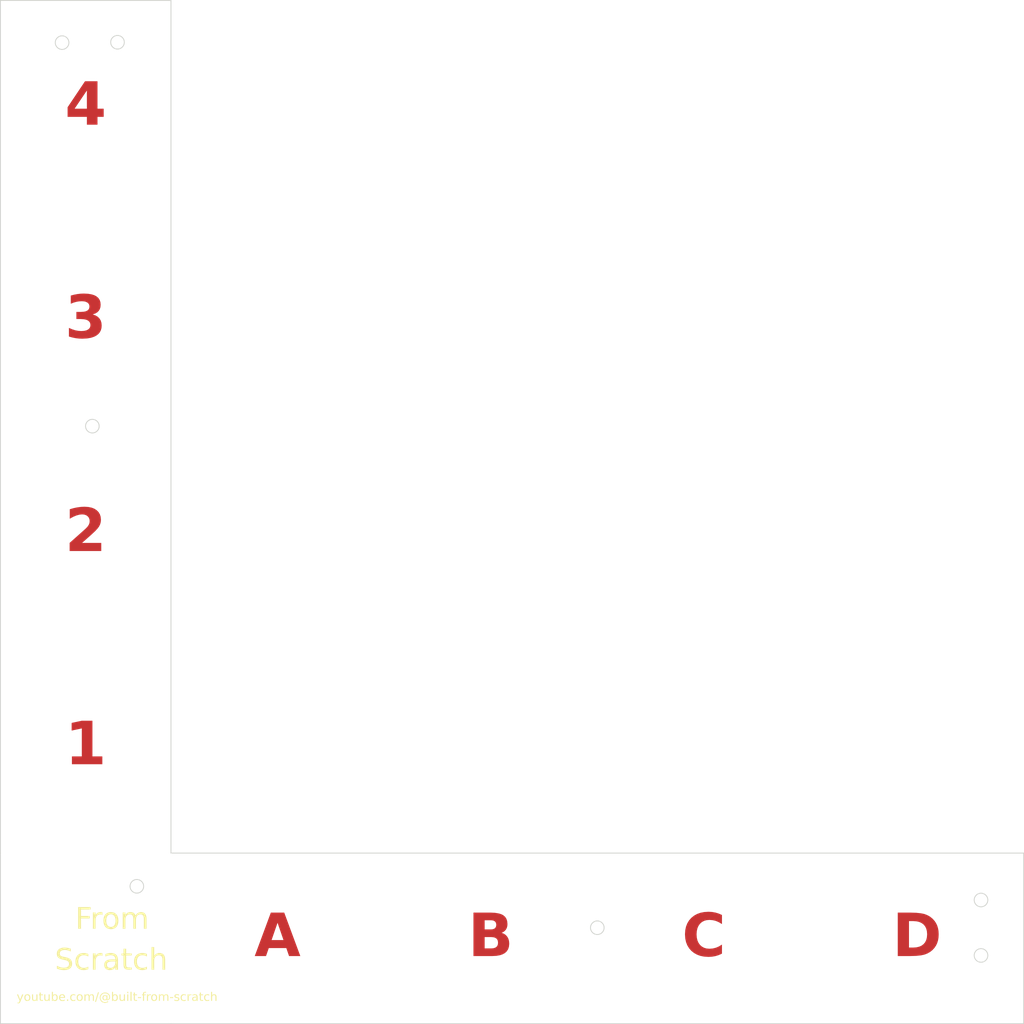
<source format=kicad_pcb>
(kicad_pcb
	(version 20240108)
	(generator "pcbnew")
	(generator_version "8.0")
	(general
		(thickness 1.6)
		(legacy_teardrops no)
	)
	(paper "A3")
	(title_block
		(title "Real Time Chess Edge Piece")
	)
	(layers
		(0 "F.Cu" signal)
		(31 "B.Cu" signal)
		(32 "B.Adhes" user "B.Adhesive")
		(33 "F.Adhes" user "F.Adhesive")
		(34 "B.Paste" user)
		(35 "F.Paste" user)
		(36 "B.SilkS" user "B.Silkscreen")
		(37 "F.SilkS" user "F.Silkscreen")
		(38 "B.Mask" user)
		(39 "F.Mask" user)
		(40 "Dwgs.User" user "User.Drawings")
		(41 "Cmts.User" user "User.Comments")
		(42 "Eco1.User" user "User.Eco1")
		(43 "Eco2.User" user "User.Eco2")
		(44 "Edge.Cuts" user)
		(45 "Margin" user)
		(46 "B.CrtYd" user "B.Courtyard")
		(47 "F.CrtYd" user "F.Courtyard")
		(48 "B.Fab" user)
		(49 "F.Fab" user)
		(50 "User.1" user)
		(51 "User.2" user)
		(52 "User.3" user)
		(53 "User.4" user)
		(54 "User.5" user)
		(55 "User.6" user)
		(56 "User.7" user)
		(57 "User.8" user)
		(58 "User.9" user)
	)
	(setup
		(pad_to_mask_clearance 0)
		(allow_soldermask_bridges_in_footprints no)
		(pcbplotparams
			(layerselection 0x00010fc_ffffffff)
			(plot_on_all_layers_selection 0x0000000_00000000)
			(disableapertmacros no)
			(usegerberextensions no)
			(usegerberattributes yes)
			(usegerberadvancedattributes yes)
			(creategerberjobfile yes)
			(dashed_line_dash_ratio 12.000000)
			(dashed_line_gap_ratio 3.000000)
			(svgprecision 4)
			(plotframeref no)
			(viasonmask no)
			(mode 1)
			(useauxorigin no)
			(hpglpennumber 1)
			(hpglpenspeed 20)
			(hpglpendiameter 15.000000)
			(pdf_front_fp_property_popups yes)
			(pdf_back_fp_property_popups yes)
			(dxfpolygonmode yes)
			(dxfimperialunits yes)
			(dxfusepcbnewfont yes)
			(psnegative no)
			(psa4output no)
			(plotreference yes)
			(plotvalue yes)
			(plotfptext yes)
			(plotinvisibletext no)
			(sketchpadsonfab no)
			(subtractmaskfromsilk no)
			(outputformat 1)
			(mirror no)
			(drillshape 0)
			(scaleselection 1)
			(outputdirectory "jlcpcb")
		)
	)
	(net 0 "")
	(gr_line
		(start 40 260)
		(end 40 220)
		(stroke
			(width 0.2)
			(type default)
		)
		(layer "Edge.Cuts")
		(uuid "041f09e1-b5cc-43e5-bbc1-538be3ac0623")
	)
	(gr_circle
		(center 270 244)
		(end 270 242.4)
		(stroke
			(width 0.2)
			(type default)
		)
		(fill none)
		(layer "Edge.Cuts")
		(uuid "0588025d-f831-437c-b938-2b7ebc0f8598")
	)
	(gr_line
		(start 280 260)
		(end 80 260)
		(stroke
			(width 0.2)
			(type default)
		)
		(layer "Edge.Cuts")
		(uuid "58d9a1ce-c8ac-4f63-bef4-33f17caaaecb")
	)
	(gr_circle
		(center 54.461198 29.898123)
		(end 54.461198 28.298123)
		(stroke
			(width 0.2)
			(type default)
		)
		(fill none)
		(layer "Edge.Cuts")
		(uuid "5f43c7f6-6231-4851-a21b-1c04fa83b11f")
	)
	(gr_line
		(start 40 220)
		(end 40 20)
		(stroke
			(width 0.2)
			(type default)
		)
		(layer "Edge.Cuts")
		(uuid "a14e76b3-fd36-497d-95bf-ecea52a19ae1")
	)
	(gr_circle
		(center 67.460907 29.811168)
		(end 67.460907 28.211168)
		(stroke
			(width 0.2)
			(type default)
		)
		(fill none)
		(layer "Edge.Cuts")
		(uuid "a6a9cbc5-46d1-444c-8824-b9fc87bdd97e")
	)
	(gr_line
		(start 280 220)
		(end 80 220)
		(stroke
			(width 0.2)
			(type default)
		)
		(layer "Edge.Cuts")
		(uuid "ae441166-690e-49a4-823f-fe49af4d2a64")
	)
	(gr_line
		(start 80 220)
		(end 80 20)
		(stroke
			(width 0.2)
			(type default)
		)
		(layer "Edge.Cuts")
		(uuid "c4a62735-58ed-4ee4-b1b6-1dc52020644a")
	)
	(gr_line
		(start 80 260)
		(end 40 260)
		(stroke
			(width 0.2)
			(type default)
		)
		(layer "Edge.Cuts")
		(uuid "cadbcf02-5b02-49a8-8f4a-c1c17bb7c8cf")
	)
	(gr_circle
		(center 61.563052 119.852632)
		(end 61.563052 118.252632)
		(stroke
			(width 0.2)
			(type default)
		)
		(fill none)
		(layer "Edge.Cuts")
		(uuid "cedd8907-83b5-4f24-926d-be7b8309d53c")
	)
	(gr_circle
		(center 270 231)
		(end 270 229.4)
		(stroke
			(width 0.2)
			(type default)
		)
		(fill none)
		(layer "Edge.Cuts")
		(uuid "d86f68da-76bf-436b-a524-bff111cb32bf")
	)
	(gr_line
		(start 80 20)
		(end 40 20)
		(stroke
			(width 0.2)
			(type default)
		)
		(layer "Edge.Cuts")
		(uuid "dbf85942-caab-4819-a67c-590369cc4265")
	)
	(gr_circle
		(center 180 237.5)
		(end 180 235.9)
		(stroke
			(width 0.2)
			(type default)
		)
		(fill none)
		(layer "Edge.Cuts")
		(uuid "e8751b01-3d5e-4654-adab-3e2f0202ffab")
	)
	(gr_circle
		(center 72 227.785235)
		(end 72 226.185235)
		(stroke
			(width 0.2)
			(type default)
		)
		(fill none)
		(layer "Edge.Cuts")
		(uuid "f3321507-8378-46b9-8034-4222d1144442")
	)
	(gr_line
		(start 280 260)
		(end 280 220)
		(stroke
			(width 0.2)
			(type default)
		)
		(layer "Edge.Cuts")
		(uuid "fa27a837-3e85-438d-861a-66fb1ba33827")
	)
	(gr_text "3"
		(at 60 95 0)
		(layer "F.Cu")
		(uuid "0b976b33-faa9-494c-8bb2-079f1ef3dd29")
		(effects
			(font
				(face "URW Gothic")
				(size 10 10)
				(thickness 0.5)
				(bold yes)
			)
		)
		(render_cache "3" 0
			(polygon
				(pts
					(xy 58.446615 91.419713) (xy 58.49096 90.900435) (xy 58.641539 90.393478) (xy 58.947921 89.962213)
					(xy 59.390826 89.703454) (xy 59.875748 89.618961) (xy 59.965806 89.617201) (xy 60.504595 89.702508)
					(xy 60.941003 89.944828) (xy 61.255394 90.323759) (xy 61.428134 90.8189) (xy 61.455687 91.146161)
					(xy 61.389935 91.647091) (xy 61.155129 92.118839) (xy 60.763507 92.457416) (xy 60.229182 92.650398)
					(xy 59.767969 92.692219) (xy 59.272385 92.666056) (xy 59.186671 92.660467) (xy 59.186671 93.732693)
					(xy 59.716111 93.747409) (xy 60.218649 93.780284) (xy 60.451849 93.815736) (xy 60.982178 94.016621)
					(xy 61.42914 94.332653) (xy 61.778923 94.746058) (xy 62.017713 95.239061) (xy 62.131696 95.793888)
					(xy 62.139567 95.989497) (xy 62.074418 96.559161) (xy 61.888139 97.067779) (xy 61.594482 97.500817)
					(xy 61.207199 97.843739) (xy 60.740042 98.082012) (xy 60.206763 98.201099) (xy 59.978018 98.212107)
					(xy 59.429846 98.148947) (xy 58.937544 97.963285) (xy 58.509355 97.660843) (xy 58.153524 97.247348)
					(xy 57.922805 96.785355) (xy 57.809027 96.271216) (xy 57.755408 95.757466) (xy 56.5806 95.757466)
					(xy 56.615225 96.266507) (xy 56.695977 96.764746) (xy 56.846443 97.251889) (xy 57.039777 97.650348)
					(xy 57.352716 98.099697) (xy 57.735803 98.486815) (xy 58.179757 98.805999) (xy 58.675297 99.051549)
					(xy 59.213145 99.217761) (xy 59.78402 99.298934) (xy 60.019539 99.306315) (xy 60.526289 99.267759)
					(xy 61.008353 99.15578) (xy 61.603209 98.901818) (xy 62.13139 98.540264) (xy 62.579873 98.084229)
					(xy 62.935634 97.546821) (xy 63.133772 97.098249) (xy 63.266934 96.61681) (xy 63.329627 96.108033)
					(xy 63.333915 95.933321) (xy 63.289638 95.364589) (xy 63.159304 94.840311) (xy 62.94666 94.364511)
					(xy 62.655449 93.941215) (xy 62.289418 93.574449) (xy 61.852313 93.268236) (xy 61.658409 93.163607)
					(xy 62.033081 92.845245) (xy 62.357756 92.404909) (xy 62.545581 91.953372) (xy 62.638256 91.440652)
					(xy 62.647592 91.202337) (xy 62.596774 90.63971) (xy 62.449412 90.125913) (xy 62.21315 89.669017)
					(xy 61.89563 89.277093) (xy 61.504493 88.958213) (xy 61.047382 88.720448) (xy 60.531939 88.57187)
					(xy 59.965806 88.520551) (xy 59.395632 88.571794) (xy 58.881215 88.722127) (xy 58.427935 88.966456)
					(xy 58.041172 89.299685) (xy 57.726309 89.716721) (xy 57.488725 90.212467) (xy 57.333803 90.781829)
					(xy 57.266922 91.419713)
				)
			)
		)
	)
	(gr_text "2"
		(at 60 145 0)
		(layer "F.Cu")
		(uuid "21da89ee-6411-44e8-98db-e89980afa82f")
		(effects
			(font
				(face "URW Gothic")
				(size 10 10)
				(thickness 0.5)
				(bold yes)
			)
		)
		(render_cache "2" 0
			(polygon
				(pts
					(xy 56.583042 149.15) (xy 63.304606 149.15) (xy 63.304606 148.055792) (xy 58.256106 148.055792)
					(xy 61.431263 145.034508) (xy 61.817462 144.659905) (xy 62.254839 144.201232) (xy 62.609355 143.779268)
					(xy 62.945569 143.28695) (xy 63.174449 142.813952) (xy 63.308296 142.339143) (xy 63.359406 141.841392)
					(xy 63.360781 141.737229) (xy 63.32412 141.228381) (xy 63.217153 140.750176) (xy 62.972995 140.16756)
					(xy 62.622634 139.657001) (xy 62.176804 139.228544) (xy 61.646238 138.892237) (xy 61.041669 138.658125)
					(xy 60.546135 138.555651) (xy 60.019539 138.520551) (xy 59.4845 138.556734) (xy 58.981545 138.663013)
					(xy 58.515285 138.835982) (xy 57.99108 139.140786) (xy 57.540409 139.537819) (xy 57.172274 140.020428)
					(xy 56.943239 140.463659) (xy 56.895673 140.58196) (xy 56.750497 141.05381) (xy 56.681947 141.559047)
					(xy 56.666217 142.114962) (xy 56.666085 142.189078) (xy 57.845778 142.189078) (xy 57.865231 141.65968)
					(xy 57.943809 141.162567) (xy 58.102233 140.726064) (xy 58.380289 140.309324) (xy 58.745474 139.983943)
					(xy 59.186745 139.757131) (xy 59.693055 139.636097) (xy 60.007327 139.617201) (xy 60.572985 139.677298)
					(xy 61.071447 139.850398) (xy 61.490975 140.125709) (xy 61.819829 140.492444) (xy 62.046268 140.939814)
					(xy 62.158555 141.457028) (xy 62.168876 141.681053) (xy 62.10397 142.216479) (xy 61.928266 142.67797)
					(xy 61.632658 143.141778) (xy 61.460572 143.354117) (xy 61.132862 143.721302) (xy 60.783059 144.070407)
					(xy 60.380933 144.458898) (xy 60.232031 144.602198) (xy 56.583042 148.099755)
				)
			)
		)
	)
	(gr_text "1"
		(at 60 195 0)
		(layer "F.Cu")
		(uuid "300bb986-33af-42a6-bef4-84698d87de1c")
		(effects
			(font
				(face "URW Gothic")
				(size 10 10)
				(thickness 0.5)
				(bold yes)
			)
		)
		(render_cache "1" 0
			(polygon
				(pts
					(xy 60.053733 199.15) (xy 61.233426 199.15) (xy 61.233426 188.676866) (xy 58.2903 188.676866) (xy 58.2903 189.773517)
					(xy 60.053733 189.773517)
				)
			)
		)
	)
	(gr_text "B"
		(at 155 240 0)
		(layer "F.Cu")
		(uuid "9c411227-8a65-4545-a9a8-9eadc6bd0747")
		(effects
			(font
				(face "URW Gothic")
				(size 10 10)
				(thickness 0.5)
				(bold yes)
			)
		)
		(render_cache "B" 0
			(polygon
				(pts
					(xy 154.665825 233.677419) (xy 155.213987 233.697056) (xy 155.79034 233.759041) (xy 156.288705 233.864946)
					(xy 156.786897 234.046849) (xy 157.21284 234.294801) (xy 157.477635 234.526519) (xy 157.781191 234.922915)
					(xy 158.001124 235.391364) (xy 158.131605 235.918673) (xy 158.16783 236.407501) (xy 158.141041 236.861174)
					(xy 158.039472 237.343164) (xy 157.828184 237.820034) (xy 157.520476 238.205611) (xy 157.120028 238.500662)
					(xy 157.586841 238.739634) (xy 157.976855 239.034988) (xy 158.342158 239.468169) (xy 158.59386 239.992283)
					(xy 158.715648 240.50234) (xy 158.756455 241.082309) (xy 158.74467 241.385529) (xy 158.674176 241.870298)
					(xy 158.510084 242.407844) (xy 158.265107 242.883696) (xy 157.945426 243.283555) (xy 157.557223 243.593126)
					(xy 157.298969 243.731357) (xy 156.800244 243.922106) (xy 156.307092 244.037048) (xy 155.734454 244.110532)
					(xy 155.183645 244.1424) (xy 154.687369 244.15) (xy 152.047104 244.15) (xy 152.047104 243.055792)
					(xy 153.239009 243.055792) (xy 154.575017 243.055792) (xy 154.766368 243.054493) (xy 155.291946 243.034535)
					(xy 155.819943 242.979065) (xy 156.323439 242.870036) (xy 156.78053 242.684542) (xy 156.986687 242.545065)
					(xy 157.314342 242.133285) (xy 157.495284 241.642465) (xy 157.549895 241.138485) (xy 157.515763 240.704424)
					(xy 157.366871 240.205317) (xy 157.064432 239.758126) (xy 156.626657 239.438555) (xy 156.41501 239.350365)
					(xy 155.936287 239.235115) (xy 155.44567 239.180806) (xy 154.919875 239.156429) (xy 154.394278 239.150348)
					(xy 153.239009 239.150348) (xy 153.239009 243.055792) (xy 152.047104 243.055792) (xy 152.047104 238.053698)
					(xy 153.239009 238.053698) (xy 154.421144 238.053698) (xy 154.670755 238.051915) (xy 155.164132 238.032738)
					(xy 155.703634 237.9633) (xy 156.209002 237.802128) (xy 156.299158 237.757435) (xy 156.693618 237.407157)
					(xy 156.900792 236.94431) (xy 156.96127 236.419713) (xy 156.921542 236.000913) (xy 156.748725 235.510214)
					(xy 156.397069 235.115457) (xy 155.979638 234.924675) (xy 155.468028 234.823009) (xy 154.951566 234.783515)
					(xy 154.408932 234.773517) (xy 153.239009 234.773517) (xy 153.239009 238.053698) (xy 152.047104 238.053698)
					(xy 152.047104 233.676866) (xy 154.548151 233.676866)
				)
			)
		)
	)
	(gr_text "C"
		(at 205 240 0)
		(layer "F.Cu")
		(uuid "a8bf5f60-10eb-4598-99a7-dd02603a7159")
		(effects
			(font
				(face "URW Gothic")
				(size 10 10)
				(thickness 0.5)
				(bold yes)
			)
		)
		(render_cache "C" 0
			(polygon
				(pts
					(xy 208.981158 241.260607) (xy 208.640323 241.678009) (xy 208.298113 242.051128) (xy 207.935799 242.364584)
					(xy 207.527197 242.640297) (xy 207.081211 242.863942) (xy 206.605279 243.032911) (xy 206.10684 243.144597)
					(xy 205.59333 243.19639) (xy 205.420098 243.199895) (xy 204.765141 243.150407) (xy 204.141817 243.006727)
					(xy 203.557286 242.776026) (xy 203.018709 242.465478) (xy 202.533245 242.082253) (xy 202.108055 241.633527)
					(xy 201.750301 241.126469) (xy 201.467142 240.568254) (xy 201.265738 239.966054) (xy 201.153251 239.327042)
					(xy 201.131193 238.884124) (xy 201.178429 238.212523) (xy 201.316134 237.580883) (xy 201.538308 236.994902)
					(xy 201.838949 236.460281) (xy 202.212056 235.982717) (xy 202.651628 235.567912) (xy 203.151664 235.221563)
					(xy 203.706162 234.949371) (xy 204.30912 234.757036) (xy 204.954539 234.650255) (xy 205.405443 234.629413)
					(xy 205.896461 234.653274) (xy 206.447216 234.740895) (xy 206.96979 234.892022) (xy 207.459581 235.105736)
					(xy 207.786811 235.296196) (xy 208.202791 235.601844) (xy 208.566929 235.993045) (xy 208.882034 236.432903)
					(xy 208.920098 236.490544) (xy 210.246336 236.490544) (xy 209.979332 235.988358) (xy 209.662856 235.527163)
					(xy 209.300375 235.108794) (xy 208.895354 234.735087) (xy 208.451257 234.407876) (xy 207.971552 234.128997)
					(xy 207.459703 233.900286) (xy 206.919176 233.723578) (xy 206.353437 233.600708) (xy 205.76595 233.533512)
					(xy 205.363922 233.520551) (xy 204.790051 233.547174) (xy 204.236817 233.625575) (xy 203.706481 233.75355)
					(xy 203.201304 233.928894) (xy 202.723547 234.149405) (xy 202.275471 234.412877) (xy 201.859337 234.717107)
					(xy 201.477407 235.059891) (xy 201.131942 235.439026) (xy 200.825203 235.852307) (xy 200.55945 236.29753)
					(xy 200.336946 236.772492) (xy 200.159951 237.274988) (xy 200.030726 237.802815) (xy 199.951534 238.353768)
					(xy 199.924633 238.925645) (xy 199.952168 239.490405) (xy 200.033169 240.035505) (xy 200.165232 240.55863)
					(xy 200.345952 241.057465) (xy 200.572927 241.529697) (xy 200.84375 241.973009) (xy 201.156018 242.385087)
					(xy 201.507327 242.763616) (xy 201.895273 243.106282) (xy 202.31745 243.410769) (xy 202.771456 243.674763)
					(xy 203.254885 243.895949) (xy 203.765333 244.072012) (xy 204.300397 244.200637) (xy 204.857671 244.27951)
					(xy 205.434752 244.306315) (xy 206.018726 244.279877) (xy 206.576655 244.200425) (xy 207.108381 244.067755)
					(xy 207.613747 243.881662) (xy 208.092596 243.641939) (xy 208.544772 243.348381) (xy 208.970117 243.000785)
					(xy 209.368474 242.598943) (xy 209.739687 242.142651) (xy 210.083598 241.631704) (xy 210.297627 241.260607)
				)
			)
		)
	)
	(gr_text "4"
		(at 60 45 0)
		(layer "F.Cu")
		(uuid "b3926b44-b037-4c50-a5e1-1fabfe0f1dfc")
		(effects
			(font
				(face "URW Gothic")
				(size 10 10)
				(thickness 0.5)
				(bold yes)
			)
		)
		(render_cache "4" 0
			(polygon
				(pts
					(xy 62.703768 46.180006) (xy 63.653873 46.180006) (xy 63.653873 47.274214) (xy 62.703768 47.274214)
					(xy 62.703768 49.15) (xy 61.524075 49.15) (xy 61.524075 47.274214) (xy 56.287509 47.274214) (xy 56.287509 46.23374)
					(xy 56.323615 46.180006) (xy 57.704117 46.180006) (xy 61.524075 46.180006) (xy 61.524075 40.4403)
					(xy 57.704117 46.180006) (xy 56.323615 46.180006) (xy 61.365317 38.676866) (xy 62.703768 38.676866)
				)
			)
		)
	)
	(gr_text "D"
		(at 255 240 0)
		(layer "F.Cu")
		(uuid "bbcc7728-8838-4876-b925-d893afe40b69")
		(effects
			(font
				(face "URW Gothic")
				(size 10 10)
				(thickness 0.5)
				(bold yes)
			)
		)
		(render_cache "D" 0
			(polygon
				(pts
					(xy 253.545208 233.677543) (xy 254.199775 233.694194) (xy 254.791873 233.734337) (xy 255.329232 233.799546)
					(xy 255.819579 233.891395) (xy 256.378175 234.046067) (xy 256.890483 234.247899) (xy 257.371598 234.499965)
					(xy 257.514441 234.588185) (xy 257.9176 234.875207) (xy 258.395166 235.308294) (xy 258.802952 235.796164)
					(xy 259.139611 236.335755) (xy 259.403799 236.924003) (xy 259.553571 237.395279) (xy 259.661254 237.89091)
					(xy 259.72628 238.409604) (xy 259.748081 238.950069) (xy 259.745608 239.131156) (xy 259.708668 239.659948)
					(xy 259.627839 240.166232) (xy 259.503629 240.64897) (xy 259.27141 241.254199) (xy 258.964172 241.81326)
					(xy 258.583118 242.323691) (xy 258.129449 242.783033) (xy 257.742267 243.092529) (xy 257.315422 243.370865)
					(xy 256.868698 243.6013) (xy 256.387896 243.789673) (xy 255.867201 243.937216) (xy 255.3008 244.045156)
					(xy 254.810864 244.103822) (xy 254.284979 244.13856) (xy 253.720167 244.15) (xy 250.855199 244.15)
					(xy 250.855199 243.055792) (xy 252.047104 243.055792) (xy 253.412421 243.055792) (xy 253.905287 243.048919)
					(xy 254.502726 243.01757) (xy 255.037954 242.959424) (xy 255.629536 242.846659) (xy 256.147058 242.686488)
					(xy 256.603377 242.475837) (xy 257.088276 242.152093) (xy 257.340277 241.929511) (xy 257.709989 241.514772)
					(xy 258.014854 241.049586) (xy 258.252579 240.538874) (xy 258.420874 239.987553) (xy 258.517445 239.400545)
					(xy 258.541521 238.908548) (xy 258.510585 238.352352) (xy 258.419056 237.823575) (xy 258.268852 237.325597)
					(xy 258.061889 236.861793) (xy 257.800087 236.435541) (xy 257.485362 236.05022) (xy 257.119632 235.709205)
					(xy 256.704815 235.415875) (xy 256.562063 235.336211) (xy 256.093521 235.130035) (xy 255.555685 234.97203)
					(xy 255.046331 234.87618) (xy 254.474344 234.812061) (xy 253.967225 234.783086) (xy 253.412421 234.773517)
					(xy 252.047104 234.773517) (xy 252.047104 243.055792) (xy 250.855199 243.055792) (xy 250.855199 233.676866)
					(xy 253.3709 233.676866)
				)
			)
		)
	)
	(gr_text "A"
		(at 105 240 0)
		(layer "F.Cu")
		(uuid "f4ceb09c-4b89-43be-8168-9e70e6f97ea1")
		(effects
			(font
				(face "URW Gothic")
				(size 10 10)
				(thickness 0.5)
				(bold yes)
			)
		)
		(render_cache "A" 0
			(polygon
				(pts
					(xy 110.224354 244.15) (xy 108.920098 244.15) (xy 107.422889 240.71106) (xy 102.709002 240.71106)
					(xy 101.197139 244.15) (xy 99.934403 244.15) (xy 101.884883 239.616852) (xy 103.165736 239.616852)
					(xy 106.9515 239.616852) (xy 105.078158 235.134996) (xy 103.165736 239.616852) (xy 101.884883 239.616852)
					(xy 104.440684 233.676866) (xy 105.705862 233.676866)
				)
			)
		)
	)
	(gr_text "From"
		(at 66.2 238.6 0)
		(layer "F.SilkS")
		(uuid "20da1534-1abb-4d23-8711-718cd1d13438")
		(effects
			(font
				(face "SF Pixelate Shaded")
				(size 5 5)
				(thickness 0.1)
			)
			(justify bottom)
		)
		(render_cache "From" 0
			(polygon
				(pts
					(xy 60.777809 232.998255) (xy 60.777809 233.998429) (xy 57.965352 233.998429) (xy 57.965352 234.780006)
					(xy 60.448081 234.780006) (xy 60.448081 234.819085) (xy 60.777809 235.136601) (xy 60.777809 236.108688)
					(xy 57.965352 236.108688) (xy 57.965352 238.218946) (xy 56.951744 238.218946) (xy 56.622017 237.892882)
					(xy 56.580495 237.892882) (xy 56.580495 237.75) (xy 56.75635 237.75) (xy 57.45977 237.75) (xy 57.45977 235.639741)
					(xy 60.273447 235.639741) (xy 60.273447 234.936322) (xy 57.45977 234.936322) (xy 57.45977 233.529483)
					(xy 60.273447 233.529483) (xy 60.273447 232.826064) (xy 56.75635 232.826064) (xy 56.75635 237.75)
					(xy 56.580495 237.75) (xy 56.580495 232.669748) (xy 60.448081 232.669748)
				)
			)
			(polygon
				(pts
					(xy 64.271703 234.403872) (xy 64.271703 234.734822) (xy 64.642952 234.734822) (xy 64.642952 234.775122)
					(xy 64.972679 235.102407) (xy 64.972679 236.108688) (xy 63.963957 236.108688) (xy 63.630565 235.77896)
					(xy 63.589044 235.77896) (xy 63.589044 235.405268) (xy 62.864864 235.405268) (xy 62.864864 238.218946)
					(xy 61.851256 238.218946) (xy 61.521528 237.892882) (xy 61.480007 237.892882) (xy 61.480007 237.75)
					(xy 61.655862 237.75) (xy 62.359281 237.75) (xy 62.359281 234.936322) (xy 63.763677 234.936322)
					(xy 63.763677 235.639741) (xy 64.468318 235.639741) (xy 64.468318 234.936322) (xy 63.763677 234.936322)
					(xy 63.763677 234.232903) (xy 61.655862 234.232903) (xy 61.655862 237.75) (xy 61.480007 237.75)
					(xy 61.480007 234.076587) (xy 63.939532 234.076587)
				)
			)
			(polygon
				(pts
					(xy 69.173656 234.427076) (xy 69.173656 234.780006) (xy 69.548569 234.780006) (xy 69.548569 234.820307)
					(xy 69.878297 235.143928) (xy 69.878297 237.515526) (xy 69.173656 237.515526) (xy 69.173656 238.218946)
					(xy 66.755652 238.218946) (xy 66.427146 237.886775) (xy 66.381961 237.886775) (xy 66.381961 237.515526)
					(xy 66.052233 237.515526) (xy 65.722505 237.189462) (xy 65.680984 237.189462) (xy 65.680984 234.936322)
					(xy 65.856839 234.936322) (xy 65.856839 237.04658) (xy 66.560258 237.04658) (xy 66.560258 237.75)
					(xy 68.669295 237.75) (xy 68.669295 237.04658) (xy 69.373936 237.04658) (xy 69.373936 234.936322)
					(xy 68.669295 234.936322) (xy 68.669295 237.045359) (xy 66.560258 237.04658) (xy 65.856839 237.04658)
					(xy 66.560258 237.045359) (xy 66.560258 236.890265) (xy 67.065841 236.890265) (xy 68.494661 236.890265)
					(xy 68.494661 235.405268) (xy 67.065841 235.405268) (xy 67.065841 236.890265) (xy 66.560258 236.890265)
					(xy 66.560258 234.936322) (xy 68.669295 234.936322) (xy 68.669295 234.232903) (xy 66.560258 234.232903)
					(xy 66.560258 234.936322) (xy 65.856839 234.936322) (xy 65.680984 234.936322) (xy 65.680984 234.780006)
					(xy 66.381961 234.780006) (xy 66.381961 234.076587) (xy 68.843929 234.076587)
				)
			)
			(polygon
				(pts
					(xy 73.373412 234.419748) (xy 73.373412 234.765352) (xy 73.394173 234.765352) (xy 73.394173 234.076587)
					(xy 75.152721 234.076587) (xy 75.482449 234.405094) (xy 75.482449 234.737264) (xy 75.856141 234.737264)
					(xy 75.856141 234.778785) (xy 76.185869 235.107292) (xy 76.185869 238.218946) (xy 75.172261 238.218946)
					(xy 74.843754 237.889218) (xy 74.798569 237.889218) (xy 74.798569 237.75) (xy 74.976867 237.75)
					(xy 75.677843 237.75) (xy 75.677843 234.936322) (xy 74.976867 234.936322) (xy 74.976867 237.75)
					(xy 74.798569 237.75) (xy 74.798569 235.405268) (xy 74.073168 235.405268) (xy 74.073168 238.218946)
					(xy 73.063224 238.218946) (xy 72.731054 237.889218) (xy 72.689532 237.889218) (xy 72.689532 235.405268)
					(xy 71.965352 235.405268) (xy 71.965352 238.218946) (xy 70.951744 238.218946) (xy 70.622017 237.892882)
					(xy 70.580495 237.892882) (xy 70.580495 237.75) (xy 70.75635 237.75) (xy 71.45977 237.75) (xy 71.45977 234.936322)
					(xy 72.864166 234.936322) (xy 72.864166 237.75) (xy 73.568806 237.75) (xy 73.568806 234.936322)
					(xy 74.976867 234.936322) (xy 74.976867 234.232903) (xy 73.568806 234.232903) (xy 73.568806 234.936322)
					(xy 72.864166 234.936322) (xy 72.864166 234.232903) (xy 70.75635 234.232903) (xy 70.75635 237.75)
					(xy 70.580495 237.75) (xy 70.580495 234.076587) (xy 73.040021 234.076587)
				)
			)
		)
	)
	(gr_text "Scratch"
		(at 66 248.2 0)
		(layer "F.SilkS")
		(uuid "ab39c128-358c-4e65-a94a-82ab832845a5")
		(effects
			(font
				(face "SF Pixelate Shaded")
				(size 5 5)
				(thickness 0.1)
			)
			(justify bottom)
		)
		(render_cache "Scratch" 0
			(polygon
				(pts
					(xy 53.923412 242.622679) (xy 53.923412 242.973168) (xy 54.298325 242.973168) (xy 54.298325 243.012247)
					(xy 54.628053 243.332205) (xy 54.628053 244.301849) (xy 53.615666 244.301849) (xy 53.285938 243.9709)
					(xy 53.244417 243.9709) (xy 53.244417 243.832903) (xy 53.41905 243.832903) (xy 54.123691 243.832903)
					(xy 54.123691 243.129483) (xy 53.41905 243.129483) (xy 53.41905 243.832903) (xy 53.244417 243.832903)
					(xy 53.244417 243.598429) (xy 51.815596 243.598429) (xy 51.815596 244.301849) (xy 53.593684 244.380006)
					(xy 53.593684 244.420307) (xy 53.923412 244.743928) (xy 53.923412 245.066329) (xy 54.298325 245.066329)
					(xy 54.298325 245.110293) (xy 54.628053 245.432693) (xy 54.628053 247.115526) (xy 53.923412 247.115526)
					(xy 53.923412 247.818946) (xy 51.505408 247.818946) (xy 51.176901 247.486775) (xy 51.131716 247.486775)
					(xy 51.131716 247.115526) (xy 50.801988 247.115526) (xy 50.472261 246.796789) (xy 50.430739 246.796789)
					(xy 50.430739 246.64658) (xy 50.606594 246.64658) (xy 51.310014 246.645359) (xy 51.310014 247.35)
					(xy 53.41905 247.35) (xy 53.41905 246.64658) (xy 54.123691 246.64658) (xy 54.123691 245.317899)
					(xy 53.41905 245.317899) (xy 53.41905 246.64658) (xy 51.310014 246.645359) (xy 51.310014 245.943161)
					(xy 50.606594 245.943161) (xy 50.606594 246.64658) (xy 50.430739 246.64658) (xy 50.430739 245.786845)
					(xy 51.485868 245.786845) (xy 51.485868 245.828367) (xy 51.815596 246.160537) (xy 51.815596 246.490265)
					(xy 53.244417 246.490265) (xy 53.244417 245.786845) (xy 51.506629 245.786845) (xy 51.176901 245.454675)
					(xy 51.131716 245.454675) (xy 51.131716 245.317899) (xy 51.310014 245.317899) (xy 53.41905 245.317899)
					(xy 53.41905 244.536322) (xy 51.310014 244.536322) (xy 51.310014 245.317899) (xy 51.131716 245.317899)
					(xy 51.131716 245.07732) (xy 50.801988 245.07732) (xy 50.472261 244.74515) (xy 50.430739 244.74515)
					(xy 50.430739 243.129483) (xy 50.606594 243.129483) (xy 50.606594 244.536322) (xy 51.310014 244.536322)
					(xy 51.310014 243.129483) (xy 53.41905 243.129483) (xy 53.41905 242.426064) (xy 51.310014 242.426064)
					(xy 51.310014 243.129483) (xy 50.606594 243.129483) (xy 50.430739 243.129483) (xy 50.430739 242.973168)
					(xy 51.131716 242.973168) (xy 51.131716 242.269748) (xy 53.593684 242.269748)
				)
			)
			(polygon
				(pts
					(xy 59.527564 244.002651) (xy 59.527564 245.005268) (xy 56.715108 245.005268) (xy 56.715108 246.490265)
					(xy 59.197836 246.490265) (xy 59.197836 246.529344) (xy 59.527564 246.850523) (xy 59.527564 247.818946)
					(xy 56.406141 247.818946) (xy 56.076413 247.494103) (xy 56.031228 247.494103) (xy 56.031228 247.35)
					(xy 56.209525 247.35) (xy 59.023203 247.35) (xy 59.023203 246.64658) (xy 56.209525 246.64658) (xy 56.209525 247.35)
					(xy 56.031228 247.35) (xy 56.031228 247.131402) (xy 55.7015 247.131402) (xy 55.371772 246.804117)
					(xy 55.330251 246.804117) (xy 55.330251 246.64658) (xy 55.506106 246.64658) (xy 56.209525 246.64658)
					(xy 56.209525 244.536322) (xy 59.023203 244.536322) (xy 59.023203 243.832903) (xy 56.209525 243.832903)
					(xy 56.209525 244.536322) (xy 55.506106 244.536322) (xy 55.506106 246.64658) (xy 55.330251 246.64658)
					(xy 55.330251 244.380006) (xy 56.031228 244.380006) (xy 56.031228 243.676587) (xy 59.197836 243.676587)
				)
			)
			(polygon
				(pts
					(xy 63.021458 244.003872) (xy 63.021458 244.334822) (xy 63.392707 244.334822) (xy 63.392707 244.375122)
					(xy 63.722435 244.702407) (xy 63.722435 245.708688) (xy 62.713712 245.708688) (xy 62.380321 245.37896)
					(xy 62.338799 245.37896) (xy 62.338799 245.005268) (xy 61.614619 245.005268) (xy 61.614619 247.818946)
					(xy 60.601011 247.818946) (xy 60.271284 247.492882) (xy 60.229762 247.492882) (xy 60.229762 247.35)
					(xy 60.405617 247.35) (xy 61.109037 247.35) (xy 61.109037 244.536322) (xy 62.513433 244.536322)
					(xy 62.513433 245.239741) (xy 63.218074 245.239741) (xy 63.218074 244.536322) (xy 62.513433 244.536322)
					(xy 62.513433 243.832903) (xy 60.405617 243.832903) (xy 60.405617 247.35) (xy 60.229762 247.35)
					(xy 60.229762 243.676587) (xy 62.689288 243.676587)
				)
			)
			(polygon
				(pts
					(xy 67.923412 244.005094) (xy 67.923412 244.336043) (xy 68.298325 244.336043) (xy 68.298325 244.377564)
					(xy 68.628053 244.706071) (xy 68.628053 247.115526) (xy 67.923412 247.115526) (xy 67.923412 247.818946)
					(xy 65.505408 247.818946) (xy 65.176901 247.486775) (xy 65.131716 247.486775) (xy 65.131716 247.115526)
					(xy 64.801988 247.115526) (xy 64.472261 246.796789) (xy 64.430739 246.796789) (xy 64.430739 246.64658)
					(xy 64.606594 246.64658) (xy 65.310014 246.645359) (xy 65.310014 246.490265) (xy 65.815596 246.490265)
					(xy 66.530006 246.451186) (xy 65.815596 246.412107) (xy 65.815596 246.490265) (xy 65.310014 246.490265)
					(xy 65.310014 245.943161) (xy 64.606594 245.941939) (xy 64.606594 246.64658) (xy 64.430739 246.64658)
					(xy 64.430739 245.786845) (xy 65.131716 245.786845) (xy 65.131716 245.239741) (xy 65.310014 245.239741)
					(xy 65.310014 245.943161) (xy 67.41905 245.943161) (xy 67.41905 246.645359) (xy 65.310014 246.64658)
					(xy 65.310014 247.35) (xy 67.41905 247.35) (xy 67.41905 246.64658) (xy 68.123691 246.64658) (xy 68.123691 244.536322)
					(xy 67.41905 244.536322) (xy 67.41905 245.239741) (xy 65.310014 245.239741) (xy 65.131716 245.239741)
					(xy 65.131716 245.005268) (xy 67.244417 245.083426) (xy 67.244417 245.005268) (xy 64.801988 245.005268)
					(xy 64.472261 244.688974) (xy 64.430739 244.688974) (xy 64.430739 244.536322) (xy 64.606594 244.536322)
					(xy 67.41905 244.536322) (xy 67.41905 243.832903) (xy 64.606594 243.832903) (xy 64.606594 244.536322)
					(xy 64.430739 244.536322) (xy 64.430739 243.676587) (xy 67.593684 243.676587)
				)
			)
			(polygon
				(pts
					(xy 71.418527 242.612909) (xy 71.418527 243.676587) (xy 71.789776 243.676587) (xy 71.789776 243.715666)
					(xy 72.123168 244.033182) (xy 72.123168 245.005268) (xy 71.418527 245.005268) (xy 71.418527 247.818946)
					(xy 70.404919 247.818946) (xy 70.076413 247.489218) (xy 70.031228 247.489218) (xy 70.031228 245.005268)
					(xy 69.7015 245.005268) (xy 69.371772 244.688974) (xy 69.330251 244.688974) (xy 69.330251 243.832903)
					(xy 69.506106 243.832903) (xy 69.506106 244.536322) (xy 70.209525 244.536322) (xy 70.209525 247.35)
					(xy 70.910502 247.35) (xy 70.910502 244.536322) (xy 71.613921 244.536322) (xy 71.613921 243.832903)
					(xy 70.910502 243.832903) (xy 70.910502 242.426064) (xy 70.209525 242.426064) (xy 70.209525 243.832903)
					(xy 69.506106 243.832903) (xy 69.330251 243.832903) (xy 69.330251 243.676587) (xy 70.031228 243.676587)
					(xy 70.031228 242.269748) (xy 71.088799 242.269748)
				)
			)
			(polygon
				(pts
					(xy 77.025122 244.002651) (xy 77.025122 245.005268) (xy 74.212665 245.005268) (xy 74.212665 246.490265)
					(xy 76.695394 246.490265) (xy 76.695394 246.529344) (xy 77.025122 246.850523) (xy 77.025122 247.818946)
					(xy 73.903698 247.818946) (xy 73.57397 247.494103) (xy 73.528785 247.494103) (xy 73.528785 247.35)
					(xy 73.707083 247.35) (xy 76.52076 247.35) (xy 76.52076 246.64658) (xy 73.707083 246.64658) (xy 73.707083 247.35)
					(xy 73.528785 247.35) (xy 73.528785 247.131402) (xy 73.199057 247.131402) (xy 72.86933 246.804117)
					(xy 72.827808 246.804117) (xy 72.827808 246.64658) (xy 73.003663 246.64658) (xy 73.707083 246.64658)
					(xy 73.707083 244.536322) (xy 76.52076 244.536322) (xy 76.52076 243.832903) (xy 73.707083 243.832903)
					(xy 73.707083 244.536322) (xy 73.003663 244.536322) (xy 73.003663 246.64658) (xy 72.827808 246.64658)
					(xy 72.827808 244.380006) (xy 73.528785 244.380006) (xy 73.528785 243.676587) (xy 76.695394 243.676587)
				)
			)
			(polygon
				(pts
					(xy 79.112177 242.612909) (xy 79.112177 243.676587) (xy 80.891486 243.676587) (xy 81.221214 244.005094)
					(xy 81.221214 244.337264) (xy 81.594905 244.337264) (xy 81.594905 244.378785) (xy 81.924633 244.707292)
					(xy 81.924633 247.818946) (xy 80.912247 247.818946) (xy 80.582519 247.489218) (xy 80.540997 247.489218)
					(xy 80.540997 245.005268) (xy 79.112177 245.005268) (xy 79.112177 247.818946) (xy 78.098569 247.818946)
					(xy 77.768841 247.492882) (xy 77.72732 247.492882) (xy 77.72732 247.35) (xy 77.903175 247.35) (xy 78.606594 247.35)
					(xy 78.606594 244.536322) (xy 80.715631 244.536322) (xy 80.715631 247.35) (xy 81.420272 247.35)
					(xy 81.420272 244.536322) (xy 80.715631 244.536322) (xy 80.715631 243.832903) (xy 78.606594 243.832903)
					(xy 78.606594 242.426064) (xy 77.903175 242.426064) (xy 77.903175 247.35) (xy 77.72732 247.35)
					(xy 77.72732 242.269748) (xy 78.782449 242.269748)
				)
			)
		)
	)
	(gr_text "youtube.com/@built-from-scratch"
		(at 43.8 255 0)
		(layer "F.SilkS")
		(uuid "e217385b-5967-45bc-b677-a6aacdc95ce8")
		(effects
			(font
				(face "URW Gothic")
				(size 2 2)
				(thickness 0.1)
			)
			(justify left bottom)
		)
		(render_cache "youtube.com/@built-from-scratch" 0
			(polygon
				(pts
					(xy 44.169295 255.197822) (xy 44.390579 255.197822) (xy 45.275226 253.128108) (xy 45.054431 253.128108)
					(xy 44.536147 254.349323) (xy 44.05157 253.128108) (xy 43.824912 253.128108) (xy 44.418422 254.609685)
				)
			)
			(polygon
				(pts
					(xy 46.242027 253.100749) (xy 46.363332 253.120763) (xy 46.476153 253.156837) (xy 46.579482 253.20793)
					(xy 46.672309 253.272998) (xy 46.753624 253.350997) (xy 46.822419 253.440884) (xy 46.877683 253.541617)
					(xy 46.918407 253.65215) (xy 46.943582 253.771443) (xy 46.952198 253.89845) (xy 46.94838 253.98238)
					(xy 46.928823 254.102397) (xy 46.893602 254.214394) (xy 46.84377 254.317285) (xy 46.780375 254.409983)
					(xy 46.70447 254.491401) (xy 46.617103 254.560453) (xy 46.519326 254.616052) (xy 46.41219 254.657111)
					(xy 46.296744 254.682544) (xy 46.17404 254.691263) (xy 46.086336 254.687357) (xy 45.961257 254.667327)
					(xy 45.844885 254.631194) (xy 45.738268 254.579979) (xy 45.642459 254.514701) (xy 45.558508 254.436379)
					(xy 45.487465 254.346031) (xy 45.43038 254.244678) (xy 45.388305 254.133337) (xy 45.362289 254.013029)
					(xy 45.353757 253.890146) (xy 45.563433 253.890146) (xy 45.574952 254.019206) (xy 45.608328 254.136686)
					(xy 45.661784 254.240851) (xy 45.733548 254.329966) (xy 45.821844 254.402298) (xy 45.924897 254.45611)
					(xy 46.040933 254.48967) (xy 46.168178 254.501242) (xy 46.288652 254.489812) (xy 46.39869 254.456698)
					(xy 46.496558 254.403663) (xy 46.580521 254.33247) (xy 46.648845 254.244882) (xy 46.699796 254.142663)
					(xy 46.731638 254.027575) (xy 46.742637 253.901381) (xy 46.731375 253.772896) (xy 46.698796 253.655413)
					(xy 46.646707 253.550822) (xy 46.576919 253.461011) (xy 46.491239 253.38787) (xy 46.391477 253.333288)
					(xy 46.279442 253.299153) (xy 46.156943 253.287355) (xy 46.034248 253.299131) (xy 45.921394 253.333112)
					(xy 45.820389 253.387278) (xy 45.733243 253.459607) (xy 45.661965 253.548079) (xy 45.608564 253.650674)
					(xy 45.575051 253.765369) (xy 45.563433 253.890146) (xy 45.353757 253.890146) (xy 45.353384 253.884773)
					(xy 45.357396 253.802669) (xy 45.377913 253.684733) (xy 45.414781 253.574126) (xy 45.466821 253.472046)
					(xy 45.532856 253.37969) (xy 45.611706 253.298256) (xy 45.702193 253.228942) (xy 45.803139 253.172947)
					(xy 45.913365 253.131467) (xy 46.031693 253.1057) (xy 46.156943 253.096845)
				)
			)
			(polygon
				(pts
					(xy 48.594975 253.128108) (xy 48.387369 253.128108) (xy 48.387369 253.912616) (xy 48.384374 254.010573)
					(xy 48.372993 254.108837) (xy 48.34891 254.203623) (xy 48.306708 254.293177) (xy 48.295045 254.311221)
					(xy 48.22107 254.392844) (xy 48.130425 254.452393) (xy 48.025492 254.488862) (xy 47.923827 254.501046)
					(xy 47.908653 254.501242) (xy 47.801182 254.491393) (xy 47.704449 254.462562) (xy 47.610744 254.407747)
					(xy 47.539136 254.331145) (xy 47.525191 254.308778) (xy 47.484042 254.212743) (xy 47.462814 254.112549)
					(xy 47.453571 254.008572) (xy 47.452407 253.951695) (xy 47.452407 253.128108) (xy 47.245289 253.128108)
					(xy 47.245289 253.951695) (xy 47.247981 254.053485) (xy 47.258579 254.162252) (xy 47.281688 254.272504)
					(xy 47.317068 254.366995) (xy 47.365457 254.447997) (xy 47.437277 254.529762) (xy 47.52291 254.595164)
					(xy 47.621334 254.643911) (xy 47.731523 254.675715) (xy 47.831597 254.689066) (xy 47.894975 254.691263)
					(xy 48.00027 254.685055) (xy 48.111086 254.660699) (xy 48.20643 254.617023) (xy 48.287866 254.5531)
					(xy 48.356961 254.468001) (xy 48.387369 254.417222) (xy 48.387369 254.66) (xy 48.594975 254.66)
				)
			)
			(polygon
				(pts
					(xy 49.134752 254.66) (xy 49.34187 254.66) (xy 49.34187 253.316175) (xy 49.686252 253.316175) (xy 49.686252 253.128108)
					(xy 49.34187 253.128108) (xy 49.34187 252.596636) (xy 49.134752 252.596636) (xy 49.134752 253.128108)
					(xy 48.804047 253.128108) (xy 48.804047 253.316175) (xy 49.134752 253.316175)
				)
			)
			(polygon
				(pts
					(xy 51.256245 253.128108) (xy 51.048639 253.128108) (xy 51.048639 253.912616) (xy 51.045644 254.010573)
					(xy 51.034263 254.108837) (xy 51.01018 254.203623) (xy 50.967978 254.293177) (xy 50.956315 254.311221)
					(xy 50.88234 254.392844) (xy 50.791695 254.452393) (xy 50.686762 254.488862) (xy 50.585097 254.501046)
					(xy 50.569923 254.501242) (xy 50.462452 254.491393) (xy 50.365719 254.462562) (xy 50.272014 254.407747)
					(xy 50.200406 254.331145) (xy 50.186461 254.308778) (xy 50.145312 254.212743) (xy 50.124084 254.112549)
					(xy 50.114841 254.008572) (xy 50.113677 253.951695) (xy 50.113677 253.128108) (xy 49.906559 253.128108)
					(xy 49.906559 253.951695) (xy 49.909251 254.053485) (xy 49.91985 254.162252) (xy 49.942958 254.272504)
					(xy 49.978338 254.366995) (xy 50.026727 254.447997) (xy 50.098547 254.529762) (xy 50.18418 254.595164)
					(xy 50.282604 254.643911) (xy 50.392793 254.675715) (xy 50.492867 254.689066) (xy 50.556245 254.691263)
					(xy 50.66154 254.685055) (xy 50.772356 254.660699) (xy 50.8677 254.617023) (xy 50.949136 254.5531)
					(xy 51.018231 254.468001) (xy 51.048639 254.417222) (xy 51.048639 254.66) (xy 51.256245 254.66)
				)
			)
			(polygon
				(pts
					(xy 51.815561 253.395799) (xy 51.841146 253.360724) (xy 51.913116 253.282051) (xy 51.995847 253.216629)
					(xy 52.088488 253.164928) (xy 52.190189 253.127417) (xy 52.300102 253.104567) (xy 52.417376 253.096845)
					(xy 52.501217 253.100871) (xy 52.62173 253.121437) (xy 52.734838 253.158333) (xy 52.839297 253.210326)
					(xy 52.933863 253.276177) (xy 53.017293 253.35465) (xy 53.088342 253.44451) (xy 53.145768 253.544519)
					(xy 53.188326 253.65344) (xy 53.214773 253.770039) (xy 53.223866 253.893077) (xy 53.219852 253.977067)
					(xy 53.199316 254.097376) (xy 53.162385 254.20986) (xy 53.11021 254.31338) (xy 53.043944 254.406795)
					(xy 52.964738 254.488966) (xy 52.873744 254.558753) (xy 52.772115 254.615016) (xy 52.661002 254.656615)
					(xy 52.541558 254.682411) (xy 52.414933 254.691263) (xy 52.368081 254.689994) (xy 52.254941 254.675967)
					(xy 52.148523 254.647033) (xy 52.050102 254.603939) (xy 51.960951 254.547435) (xy 51.882346 254.478271)
					(xy 51.815561 254.397194) (xy 51.815561 254.66) (xy 51.608443 254.66) (xy 51.608443 253.887215)
					(xy 51.801395 253.887215) (xy 51.804044 253.950332) (xy 51.821627 254.053785) (xy 51.856109 254.149249)
					(xy 51.907983 254.237797) (xy 51.977739 254.320502) (xy 52.023901 254.36333) (xy 52.109414 254.424127)
					(xy 52.201602 254.467173) (xy 52.301232 254.492776) (xy 52.409071 254.501242) (xy 52.534773 254.489229)
					(xy 52.650086 254.454599) (xy 52.753044 254.399464) (xy 52.841687 254.325936) (xy 52.914048 254.236128)
					(xy 52.968166 254.132153) (xy 53.002077 254.016121) (xy 53.013817 253.890146) (xy 53.002083 253.76565)
					(xy 52.968212 253.651086) (xy 52.914203 253.548509) (xy 52.842053 253.459973) (xy 52.75376 253.387535)
					(xy 52.651322 253.333249) (xy 52.536737 253.299171) (xy 52.412002 253.287355) (xy 52.28689 253.299245)
					(xy 52.171309 253.333478) (xy 52.067462 253.387896) (xy 51.977555 253.46034) (xy 51.903791 253.548652)
					(xy 51.848374 253.650674) (xy 51.813507 253.764247) (xy 51.801395 253.887215) (xy 51.608443 253.887215)
					(xy 51.608443 252.596636) (xy 51.815561 252.596636)
				)
			)
			(polygon
				(pts
					(xy 54.359763 253.103837) (xy 54.464619 253.124384) (xy 54.56453 253.157845) (xy 54.658304 253.203579)
					(xy 54.74475 253.260946) (xy 54.822679 253.329303) (xy 54.890899 253.408011) (xy 54.94822 253.496427)
					(xy 54.974408 253.547244) (xy 55.01426 253.651261) (xy 55.03665 253.750115) (xy 55.04871 253.861942)
					(xy 55.051779 253.972212) (xy 53.665457 253.972212) (xy 53.683031 254.079513) (xy 53.721419 254.179139)
					(xy 53.778354 254.269044) (xy 53.85157 254.347185) (xy 53.938799 254.41152) (xy 54.037774 254.460003)
					(xy 54.14623 254.490591) (xy 54.261898 254.501242) (xy 54.305273 254.499661) (xy 54.410923 254.482388)
					(xy 54.510524 254.447326) (xy 54.601495 254.39603) (xy 54.681251 254.330054) (xy 54.74721 254.250952)
					(xy 54.796789 254.160279) (xy 55.0127 254.160279) (xy 54.962098 254.273835) (xy 54.895754 254.376579)
					(xy 54.815464 254.467175) (xy 54.723028 254.544289) (xy 54.620242 254.60659) (xy 54.508903 254.652741)
					(xy 54.39081 254.68141) (xy 54.267759 254.691263) (xy 54.183885 254.687215) (xy 54.063213 254.666558)
					(xy 53.949839 254.62953) (xy 53.845038 254.577407) (xy 53.75008 254.511464) (xy 53.66624 254.432975)
					(xy 53.594789 254.343217) (xy 53.537001 254.243463) (xy 53.494148 254.13499) (xy 53.467503 254.019072)
					(xy 53.458339 253.896985) (xy 53.462348 253.8141) (xy 53.467408 253.784633) (xy 53.671318 253.784633)
					(xy 54.844661 253.784633) (xy 54.810423 253.674067) (xy 54.762916 253.575867) (xy 54.703067 253.490763)
					(xy 54.631803 253.41949) (xy 54.550053 253.36278) (xy 54.458742 253.321366) (xy 54.358799 253.29598)
					(xy 54.251151 253.287355) (xy 54.144812 253.296561) (xy 54.045422 253.323358) (xy 53.954344 253.366515)
					(xy 53.872941 253.424802) (xy 53.802574 253.496989) (xy 53.744607 253.581843) (xy 53.7004 253.678135)
					(xy 53.671318 253.784633) (xy 53.467408 253.784633) (xy 53.482826 253.69484) (xy 53.519567 253.582782)
					(xy 53.571339 253.479185) (xy 53.63691 253.385312) (xy 53.715049 253.302422) (xy 53.804524 253.231776)
					(xy 53.904104 253.174635) (xy 54.012555 253.132259) (xy 54.128649 253.105909) (xy 54.251151 253.096845)
				)
			)
			(polygon
				(pts
					(xy 55.383949 254.66) (xy 55.591556 254.66) (xy 55.591556 254.307313) (xy 55.383949 254.307313)
				)
			)
			(polygon
				(pts
					(xy 57.344242 254.206685) (xy 57.270226 254.296433) (xy 57.19613 254.368511) (xy 57.104274 254.433098)
					(xy 57.005926 254.475428) (xy 56.89761 254.49724) (xy 56.818143 254.501242) (xy 56.693606 254.489119)
					(xy 56.578022 254.454271) (xy 56.473749 254.398974) (xy 56.383147 254.325509) (xy 56.308573 254.236152)
					(xy 56.252385 254.133183) (xy 56.216943 254.018879) (xy 56.204605 253.895519) (xy 56.216711 253.771353)
					(xy 56.251538 253.656444) (xy 56.306847 253.55304) (xy 56.380399 253.463393) (xy 56.469957 253.389751)
					(xy 56.573282 253.334364) (xy 56.688136 253.299482) (xy 56.812281 253.287355) (xy 56.915578 253.295232)
					(xy 57.012483 253.318604) (xy 57.119295 253.36655) (xy 57.199543 253.422631) (xy 57.271039 253.492954)
					(xy 57.333045 253.577127) (xy 57.344242 253.595589) (xy 57.576762 253.595589) (xy 57.522821 253.486503)
					(xy 57.454266 253.38886) (xy 57.372511 253.303617) (xy 57.278968 253.231728) (xy 57.175054 253.174151)
					(xy 57.06218 253.131841) (xy 56.941762 253.105753) (xy 56.815212 253.096845) (xy 56.688862 253.105903)
					(xy 56.568968 253.132214) (xy 56.456835 253.174483) (xy 56.353765 253.231415) (xy 56.261064 253.301718)
					(xy 56.180035 253.384095) (xy 56.111983 253.477253) (xy 56.058212 253.579897) (xy 56.020026 253.690732)
					(xy 55.998728 253.808465) (xy 55.994556 253.890146) (xy 56.00394 254.014546) (xy 56.031245 254.132229)
					(xy 56.0752 254.241988) (xy 56.134536 254.34262) (xy 56.207982 254.432919) (xy 56.294267 254.51168)
					(xy 56.392122 254.577697) (xy 56.500276 254.629767) (xy 56.617459 254.666683) (xy 56.742401 254.687241)
					(xy 56.829378 254.691263) (xy 56.934694 254.685096) (xy 57.036351 254.666662) (xy 57.133578 254.636056)
					(xy 57.225601 254.593375) (xy 57.311648 254.538715) (xy 57.338869 254.51785) (xy 57.413556 254.450995)
					(xy 57.478404 254.373887) (xy 57.53464 254.287516) (xy 57.579692 254.206685)
				)
			)
			(polygon
				(pts
					(xy 58.671057 253.100749) (xy 58.792362 253.120763) (xy 58.905183 253.156837) (xy 59.008512 253.20793)
					(xy 59.101339 253.272998) (xy 59.182654 253.350997) (xy 59.251449 253.440884) (xy 59.306713 253.541617)
					(xy 59.347437 253.65215) (xy 59.372612 253.771443) (xy 59.381228 253.89845) (xy 59.37741 253.98238)
					(xy 59.357853 254.102397) (xy 59.322632 254.214394) (xy 59.2728 254.317285) (xy 59.209405 254.409983)
					(xy 59.1335 254.491401) (xy 59.046133 254.560453) (xy 58.948356 254.616052) (xy 58.84122 254.657111)
					(xy 58.725774 254.682544) (xy 58.60307 254.691263) (xy 58.515366 254.687357) (xy 58.390287 254.667327)
					(xy 58.273915 254.631194) (xy 58.167298 254.579979) (xy 58.071489 254.514701) (xy 57.987538 254.436379)
					(xy 57.916495 254.346031) (xy 57.85941 254.244678) (xy 57.817335 254.133337) (xy 57.791319 254.013029)
					(xy 57.782787 253.890146) (xy 57.992463 253.890146) (xy 58.003982 254.019206) (xy 58.037358 254.136686)
					(xy 58.090814 254.240851) (xy 58.162578 254.329966) (xy 58.250874 254.402298) (xy 58.353927 254.45611)
					(xy 58.469963 254.48967) (xy 58.597208 254.501242) (xy 58.717682 254.489812) (xy 58.82772 254.456698)
					(xy 58.925588 254.403663) (xy 59.009551 254.33247) (xy 59.077875 254.244882) (xy 59.128826 254.142663)
					(xy 59.160668 254.027575) (xy 59.171667 253.901381) (xy 59.160405 253.772896) (xy 59.127826 253.655413)
					(xy 59.075737 253.550822) (xy 59.005949 253.461011) (xy 58.920269 253.38787) (xy 58.820507 253.333288)
					(xy 58.708472 253.299153) (xy 58.585973 253.287355) (xy 58.463278 253.299131) (xy 58.350424 253.333112)
					(xy 58.249419 253.387278) (xy 58.162273 253.459607) (xy 58.090995 253.548079) (xy 58.037594 253.650674)
					(xy 58.004081 253.765369) (xy 57.992463 253.890146) (xy 57.782787 253.890146) (xy 57.782414 253.884773)
					(xy 57.786426 253.802669) (xy 57.806943 253.684733) (xy 57.843811 253.574126) (xy 57.895851 253.472046)
					(xy 57.961886 253.37969) (xy 58.040736 253.298256) (xy 58.131223 253.228942) (xy 58.232169 253.172947)
					(xy 58.342395 253.131467) (xy 58.460723 253.1057) (xy 58.585973 253.096845)
				)
			)
			(polygon
				(pts
					(xy 59.674319 254.66) (xy 59.881437 254.66) (xy 59.881437 253.769979) (xy 59.888553 253.662006)
					(xy 59.90951 253.566387) (xy 59.954282 253.465194) (xy 60.018628 253.385517) (xy 60.10141 253.328586)
					(xy 60.201485 253.29563) (xy 60.29323 253.287355) (xy 60.39654 253.299045) (xy 60.491576 253.333114)
					(xy 60.573774 253.388064) (xy 60.612212 253.427062) (xy 60.668179 253.518544) (xy 60.69712 253.623949)
					(xy 60.706723 253.726698) (xy 60.707466 253.769979) (xy 60.707466 254.66) (xy 60.914584 254.66)
					(xy 60.914584 253.77584) (xy 60.918881 253.674739) (xy 60.93687 253.572266) (xy 60.97826 253.474674)
					(xy 60.987369 253.460279) (xy 61.061231 253.379668) (xy 61.144999 253.327746) (xy 61.241951 253.296396)
					(xy 61.334682 253.287355) (xy 61.443389 253.299664) (xy 61.540041 253.335288) (xy 61.620463 253.392269)
					(xy 61.656594 253.432435) (xy 61.704502 253.523999) (xy 61.728841 253.619615) (xy 61.739307 253.720132)
					(xy 61.740614 253.77584) (xy 61.740614 254.66) (xy 61.947732 254.66) (xy 61.947732 253.75337) (xy 61.943822 253.647699)
					(xy 61.928852 253.540779) (xy 61.896887 253.435914) (xy 61.847761 253.344576) (xy 61.824633 253.312756)
					(xy 61.745577 253.231301) (xy 61.664498 253.175831) (xy 61.572861 253.134442) (xy 61.472308 253.107926)
					(xy 61.36448 253.097075) (xy 61.345917 253.096845) (xy 61.239566 253.103522) (xy 61.143 253.123923)
					(xy 61.038904 253.167309) (xy 60.946348 253.232231) (xy 60.877031 253.30348) (xy 60.813956 253.390914)
					(xy 60.755147 253.302502) (xy 60.677397 253.218572) (xy 60.589737 253.157582) (xy 60.489962 253.118218)
					(xy 60.375872 253.099165) (xy 60.31277 253.096845) (xy 60.21143 253.103314) (xy 60.109262 253.128501)
					(xy 60.019717 253.174817) (xy 59.937885 253.244502) (xy 59.881437 253.309825) (xy 59.881437 253.128108)
					(xy 59.674319 253.128108)
				)
			)
			(polygon
				(pts
					(xy 62.235938 255.024898) (xy 62.423517 255.024898) (xy 63.23538 252.596636) (xy 63.039497 252.596636)
				)
			)
			(polygon
				(pts
					(xy 64.658962 252.566386) (xy 64.772757 252.57761) (xy 64.883724 252.600819) (xy 64.990711 252.635477)
					(xy 65.092566 252.681047) (xy 65.188137 252.736992) (xy 65.276273 252.802777) (xy 65.312432 252.834675)
					(xy 65.392983 252.920096) (xy 65.459315 253.013279) (xy 65.511237 253.113787) (xy 65.54856 253.221185)
					(xy 65.571092 253.335037) (xy 65.578646 253.454905) (xy 65.577471 253.502168) (xy 65.564374 253.617651)
					(xy 65.537069 253.728605) (xy 65.495936 253.834148) (xy 65.441355 253.933396) (xy 65.373706 254.025467)
					(xy 65.29337 254.109476) (xy 65.22572 254.166252) (xy 65.135547 254.223087) (xy 65.032669 254.261829)
					(xy 64.926517 254.274584) (xy 64.914333 254.274452) (xy 64.810988 254.257363) (xy 64.730396 254.200542)
					(xy 64.679832 254.108011) (xy 64.631535 254.152283) (xy 64.543765 254.210428) (xy 64.450532 254.243259)
					(xy 64.346685 254.253579) (xy 64.265007 254.245785) (xy 64.156632 254.206705) (xy 64.068492 254.138297)
					(xy 64.004257 254.044541) (xy 63.971638 253.94992) (xy 63.960293 253.842763) (xy 63.960437 253.836901)
					(xy 64.162037 253.836901) (xy 64.168415 253.90446) (xy 64.209646 254.003709) (xy 64.284073 254.068327)
					(xy 64.385764 254.091402) (xy 64.397756 254.091183) (xy 64.497892 254.068984) (xy 64.587393 254.008779)
					(xy 64.65274 253.934215) (xy 64.707676 253.85009) (xy 64.74565 253.776074) (xy 64.78637 253.680974)
					(xy 64.819903 253.584988) (xy 64.84726 253.480314) (xy 64.859106 253.382609) (xy 64.856998 253.345498)
					(xy 64.826803 253.251869) (xy 64.755871 253.183599) (xy 64.651988 253.159371) (xy 64.56011 253.174539)
					(xy 64.471363 253.217425) (xy 64.388558 253.284101) (xy 64.314506 253.370642) (xy 64.252017 253.473119)
					(xy 64.203902 253.587605) (xy 64.172972 253.710175) (xy 64.162037 253.836901) (xy 63.960437 253.836901)
					(xy 63.961267 253.803151) (xy 63.975412 253.685457) (xy 64.005138 253.571016) (xy 64.04884 253.461803)
					(xy 64.104911 253.359792) (xy 64.171746 253.26696) (xy 64.247738 253.185283) (xy 64.331283 253.116735)
					(xy 64.420773 253.063291) (xy 64.514603 253.026929) (xy 64.643684 253.008429) (xy 64.675016 253.009471)
					(xy 64.772179 253.026576) (xy 64.867411 253.069979) (xy 64.916069 253.112385) (xy 64.965596 253.200893)
					(xy 65.012979 253.061674) (xy 65.183949 253.061674) (xy 64.923586 253.833482) (xy 64.918483 253.8492)
					(xy 64.885665 253.952062) (xy 64.867411 254.050858) (xy 64.87276 254.079361) (xy 64.959734 254.128527)
					(xy 65.042072 254.110837) (xy 65.13206 254.061815) (xy 65.211793 253.99517) (xy 65.238333 253.967394)
					(xy 65.308696 253.877667) (xy 65.364634 253.779619) (xy 65.405451 253.674893) (xy 65.430451 253.56513)
					(xy 65.438939 253.451974) (xy 65.43483 253.373751) (xy 65.413811 253.261698) (xy 65.376023 253.156929)
					(xy 65.322657 253.060506) (xy 65.254903 252.973492) (xy 65.173952 252.89695) (xy 65.080994 252.831941)
					(xy 64.977221 252.779529) (xy 64.863821 252.740776) (xy 64.741988 252.716746) (xy 64.612909 252.708499)
					(xy 64.519004 252.713314) (xy 64.383255 252.737846) (xy 64.255048 252.781719) (xy 64.135973 252.84332)
					(xy 64.027619 252.92104) (xy 63.931576 253.013268) (xy 63.849431 253.118393) (xy 63.782775 253.234804)
					(xy 63.733196 253.36089) (xy 63.702283 253.495041) (xy 63.691625 253.635645) (xy 63.696343 253.730456)
					(xy 63.720416 253.866904) (xy 63.763555 253.99514) (xy 63.824262 254.113716) (xy 63.90104 254.221184)
					(xy 63.992392 254.316093) (xy 64.096821 254.396996) (xy 64.212828 254.462442) (xy 64.338917 254.510984)
					(xy 64.473591 254.541171) (xy 64.615352 254.551556) (xy 64.662824 254.550442) (xy 64.778366 254.537999)
					(xy 64.888974 254.511963) (xy 64.994091 254.47259) (xy 65.093157 254.420138) (xy 65.185613 254.354865)
					(xy 65.2709 254.277027) (xy 65.382763 254.366908) (xy 65.312291 254.437926) (xy 65.23179 254.501463)
					(xy 65.142542 254.556905) (xy 65.04583 254.60364) (xy 64.942935 254.641056) (xy 64.83514 254.66854)
					(xy 64.723727 254.68548) (xy 64.609979 254.691263) (xy 64.49974 254.685966) (xy 64.393019 254.670393)
					(xy 64.290313 254.645017) (xy 64.192117 254.610311) (xy 64.098927 254.56675) (xy 64.011239 254.514807)
					(xy 63.929549 254.454955) (xy 63.854352 254.387669) (xy 63.786145 254.313422) (xy 63.725424 254.232687)
					(xy 63.672683 254.145939) (xy 63.62842 254.053651) (xy 63.59313 253.956297) (xy 63.567309 253.854351)
					(xy 63.551452 253.748286) (xy 63.546057 253.638576) (xy 63.551544 253.528233) (xy 63.567655 253.421218)
					(xy 63.593861 253.318054) (xy 63.629634 253.219264) (xy 63.674445 253.125372) (xy 63.727768 253.0369)
					(xy 63.789073 252.954371) (xy 63.857833 252.878309) (xy 63.933519 252.809236) (xy 64.015604 252.747676)
					(xy 64.103559 252.694152) (xy 64.196857 252.649186) (xy 64.294969 252.613303) (xy 64.397367 252.587024)
					(xy 64.503523 252.570873) (xy 64.612909 252.565373)
				)
			)
			(polygon
				(pts
					(xy 66.157501 253.395799) (xy 66.183086 253.360724) (xy 66.255056 253.282051) (xy 66.337787 253.216629)
					(xy 66.430428 253.164928) (xy 66.532129 253.127417) (xy 66.642042 253.104567) (xy 66.759316 253.096845)
					(xy 66.843157 253.100871) (xy 66.96367 253.121437) (xy 67.076778 253.158333) (xy 67.181237 253.210326)
					(xy 67.275803 253.276177) (xy 67.359233 253.35465) (xy 67.430282 253.44451) (xy 67.487708 253.544519)
					(xy 67.530266 253.65344) (xy 67.556713 253.770039) (xy 67.565806 253.893077) (xy 67.561792 253.977067)
					(xy 67.541256 254.097376) (xy 67.504325 254.20986) (xy 67.45215 254.31338) (xy 67.385884 254.406795)
					(xy 67.306678 254.488966) (xy 67.215684 254.558753) (xy 67.114055 254.615016) (xy 67.002942 254.656615)
					(xy 66.883498 254.682411) (xy 66.756873 254.691263) (xy 66.710021 254.689994) (xy 66.596881 254.675967)
					(xy 66.490463 254.647033) (xy 66.392042 254.603939) (xy 66.302891 254.547435) (xy 66.224286 254.478271)
					(xy 66.157501 254.397194) (xy 66.157501 254.66) (xy 65.950383 254.66) (xy 65.950383 253.887215)
					(xy 66.143335 253.887215) (xy 66.145984 253.950332) (xy 66.163567 254.053785) (xy 66.198049 254.149249)
					(xy 66.249923 254.237797) (xy 66.319678 254.320502) (xy 66.365841 254.36333) (xy 66.451354 254.424127)
					(xy 66.543542 254.467173) (xy 66.643172 254.492776) (xy 66.751011 254.501242) (xy 66.876713 254.489229)
					(xy 66.992026 254.454599) (xy 67.094984 254.399464) (xy 67.183627 254.325936) (xy 67.255988 254.236128)
					(xy 67.310106 254.132153) (xy 67.344017 254.016121) (xy 67.355757 253.890146) (xy 67.344023 253.76565)
					(xy 67.310152 253.651086) (xy 67.256143 253.548509) (xy 67.183993 253.459973) (xy 67.0957 253.387535)
					(xy 66.993262 253.333249) (xy 66.878677 253.299171) (xy 66.753942 253.287355) (xy 66.62883 253.299245)
					(xy 66.513249 253.333478) (xy 66.409402 253.387896) (xy 66.319495 253.46034) (xy 66.245731 253.548652)
					(xy 66.190314 253.650674) (xy 66.155447 253.764247) (xy 66.143335 253.887215) (xy 65.950383 253.887215)
					(xy 65.950383 252.596636) (xy 66.157501 252.596636)
				)
			)
			(polygon
				(pts
					(xy 69.209071 253.128108) (xy 69.001465 253.128108) (xy 69.001465 253.912616) (xy 68.99847 254.010573)
					(xy 68.98709 254.108837) (xy 68.963006 254.203623) (xy 68.920804 254.293177) (xy 68.909141 254.311221)
					(xy 68.835166 254.392844) (xy 68.744521 254.452393) (xy 68.639589 254.488862) (xy 68.537924 254.501046)
					(xy 68.522749 254.501242) (xy 68.415278 254.491393) (xy 68.318545 254.462562) (xy 68.224841 254.407747)
					(xy 68.153233 254.331145) (xy 68.139288 254.308778) (xy 68.098138 254.212743) (xy 68.07691 254.112549)
					(xy 68.067667 254.008572) (xy 68.066503 253.951695) (xy 68.066503 253.128108) (xy 67.859385 253.128108)
					(xy 67.859385 253.951695) (xy 67.862078 254.053485) (xy 67.872676 254.162252) (xy 67.895784 254.272504)
					(xy 67.931165 254.366995) (xy 67.979553 254.447997) (xy 68.051373 254.529762) (xy 68.137007 254.595164)
					(xy 68.23543 254.643911) (xy 68.345619 254.675715) (xy 68.445693 254.689066) (xy 68.509071 254.691263)
					(xy 68.614366 254.685055) (xy 68.725182 254.660699) (xy 68.820526 254.617023) (xy 68.901963 254.5531)
					(xy 68.971057 254.468001) (xy 69.001465 254.417222) (xy 69.001465 254.66) (xy 69.209071 254.66)
				)
			)
			(polygon
				(pts
					(xy 69.56127 254.66) (xy 69.768387 254.66) (xy 69.768387 253.128108) (xy 69.56127 253.128108)
				)
			)
			(polygon
				(pts
					(xy 69.56127 252.949811) (xy 69.768387 252.949811) (xy 69.768387 252.596636) (xy 69.56127 252.596636)
				)
			)
			(polygon
				(pts
					(xy 70.120097 254.66) (xy 70.327215 254.66) (xy 70.327215 252.596636) (xy 70.120097 252.596636)
				)
			)
			(polygon
				(pts
					(xy 70.866503 254.66) (xy 71.073621 254.66) (xy 71.073621 253.316175) (xy 71.418004 253.316175)
					(xy 71.418004 253.128108) (xy 71.073621 253.128108) (xy 71.073621 252.596636) (xy 70.866503 252.596636)
					(xy 70.866503 253.128108) (xy 70.535799 253.128108) (xy 70.535799 253.316175) (xy 70.866503 253.316175)
				)
			)
			(polygon
				(pts
					(xy 71.52889 253.827131) (xy 71.52889 254.003475) (xy 72.287997 254.003475) (xy 72.287997 253.827131)
				)
			)
			(polygon
				(pts
					(xy 72.691974 254.66) (xy 72.899581 254.66) (xy 72.899581 253.316175) (xy 73.280111 253.316175)
					(xy 73.280111 253.128108) (xy 72.899581 253.128108) (xy 72.906092 253.020863) (xy 72.936464 252.921607)
					(xy 73.006932 252.842391) (xy 73.100921 252.802227) (xy 73.205304 252.785893) (xy 73.280111 252.782749)
					(xy 73.280111 252.596636) (xy 73.174274 252.601393) (xy 73.049298 252.622469) (xy 72.942857 252.66027)
					(xy 72.855047 252.714669) (xy 72.785965 252.78554) (xy 72.73571 252.872757) (xy 72.704379 252.976194)
					(xy 72.692069 253.095726) (xy 72.691974 253.128108) (xy 72.454082 253.128108) (xy 72.454082 253.316175)
					(xy 72.691974 253.316175)
				)
			)
			(polygon
				(pts
					(xy 73.465247 254.66) (xy 73.672365 254.66) (xy 73.672365 253.769979) (xy 73.678562 253.671369)
					(xy 73.706483 253.56288) (xy 73.756226 253.471679) (xy 73.827155 253.398708) (xy 73.918631 253.344904)
					(xy 74.030017 253.311208) (xy 74.10614 253.301032) (xy 74.10614 253.096845) (xy 73.991068 253.110146)
					(xy 73.893243 253.13813) (xy 73.7989 253.190779) (xy 73.723587 253.266605) (xy 73.672365 253.351346)
					(xy 73.672365 253.128108) (xy 73.465247 253.128108)
				)
			)
			(polygon
				(pts
					(xy 75.049005 253.100749) (xy 75.17031 253.120763) (xy 75.283131 253.156837) (xy 75.38646 253.20793)
					(xy 75.479287 253.272998) (xy 75.560603 253.350997) (xy 75.629397 253.440884) (xy 75.684661 253.541617)
					(xy 75.725385 253.65215) (xy 75.75056 253.771443) (xy 75.759176 253.89845) (xy 75.755358 253.98238)
					(xy 75.735801 254.102397) (xy 75.700581 254.214394) (xy 75.650748 254.317285) (xy 75.587354 254.409983)
					(xy 75.511448 254.491401) (xy 75.424082 254.560453) (xy 75.326305 254.616052) (xy 75.219168 254.657111)
					(xy 75.103723 254.682544) (xy 74.981018 254.691263) (xy 74.893315 254.687357) (xy 74.768236 254.667327)
					(xy 74.651863 254.631194) (xy 74.545247 254.579979) (xy 74.449438 254.514701) (xy 74.365486 254.436379)
					(xy 74.294443 254.346031) (xy 74.237359 254.244678) (xy 74.195283 254.133337) (xy 74.169268 254.013029)
					(xy 74.160735 253.890146) (xy 74.370411 253.890146) (xy 74.381931 254.019206) (xy 74.415306 254.136686)
					(xy 74.468763 254.240851) (xy 74.540526 254.329966) (xy 74.628822 254.402298) (xy 74.731875 254.45611)
					(xy 74.847912 254.48967) (xy 74.975157 254.501242) (xy 75.09563 254.489812) (xy 75.205668 254.456698)
					(xy 75.303536 254.403663) (xy 75.3875 254.33247) (xy 75.455824 254.244882) (xy 75.506774 254.142663)
					(xy 75.538616 254.027575) (xy 75.549616 253.901381) (xy 75.538354 253.772896) (xy 75.505774 253.655413)
					(xy 75.453685 253.550822) (xy 75.383897 253.461011) (xy 75.298217 253.38787) (xy 75.198456 253.333288)
					(xy 75.086421 253.299153) (xy 74.963921 253.287355) (xy 74.841227 253.299131) (xy 74.728372 253.333112)
					(xy 74.627367 253.387278) (xy 74.540221 253.459607) (xy 74.468943 253.548079) (xy 74.415543 253.650674)
					(xy 74.382029 253.765369) (xy 74.370411 253.890146) (xy 74.160735 253.890146) (xy 74.160362 253.884773)
					(xy 74.164374 253.802669) (xy 74.184891 253.684733) (xy 74.221759 253.574126) (xy 74.273799 253.472046)
					(xy 74.339834 253.37969) (xy 74.418684 253.298256) (xy 74.509172 253.228942) (xy 74.610118 253.172947)
					(xy 74.720343 253.131467) (xy 74.838671 253.1057) (xy 74.963921 253.096845)
				)
			)
			(polygon
				(pts
					(xy 76.052267 254.66) (xy 76.259385 254.66) (xy 76.259385 253.769979) (xy 76.266501 253.662006)
					(xy 76.287458 253.566387) (xy 76.33223 253.465194) (xy 76.396577 253.385517) (xy 76.479358 253.328586)
					(xy 76.579433 253.29563) (xy 76.671179 253.287355) (xy 76.774488 253.299045) (xy 76.869524 253.333114)
					(xy 76.951722 253.388064) (xy 76.99016 253.427062) (xy 77.046128 253.518544) (xy 77.075068 253.623949)
					(xy 77.084671 253.726698) (xy 77.085415 253.769979) (xy 77.085415 254.66) (xy 77.292533 254.66)
					(xy 77.292533 253.77584) (xy 77.29683 253.674739) (xy 77.314818 253.572266) (xy 77.356208 253.474674)
					(xy 77.365317 253.460279) (xy 77.439179 253.379668) (xy 77.522948 253.327746) (xy 77.619899 253.296396)
					(xy 77.71263 253.287355) (xy 77.821337 253.299664) (xy 77.917989 253.335288) (xy 77.998412 253.392269)
					(xy 78.034542 253.432435) (xy 78.08245 253.523999) (xy 78.10679 253.619615) (xy 78.117256 253.720132)
					(xy 78.118562 253.77584) (xy 78.118562 254.66) (xy 78.32568 254.66) (xy 78.32568 253.75337) (xy 78.321771 253.647699)
					(xy 78.3068 253.540779) (xy 78.274835 253.435914) (xy 78.225709 253.344576) (xy 78.202581 253.312756)
					(xy 78.123525 253.231301) (xy 78.042446 253.175831) (xy 77.950809 253.134442) (xy 77.850256 253.107926)
					(xy 77.742429 253.097075) (xy 77.723866 253.096845) (xy 77.617514 253.103522) (xy 77.520948 253.123923)
					(xy 77.416852 253.167309) (xy 77.324297 253.232231) (xy 77.254979 253.30348) (xy 77.191905 253.390914)
					(xy 77.133095 253.302502) (xy 77.055346 253.218572) (xy 76.967685 253.157582) (xy 76.867911 253.118218)
					(xy 76.75382 253.099165) (xy 76.690718 253.096845) (xy 76.589378 253.103314) (xy 76.487211 253.128501)
					(xy 76.397665 253.174817) (xy 76.315833 253.244502) (xy 76.259385 253.309825) (xy 76.259385 253.128108)
					(xy 76.052267 253.128108)
				)
			)
			(polygon
				(pts
					(xy 78.588485 253.827131) (xy 78.588485 254.003475) (xy 79.347592 254.003475) (xy 79.347592 253.827131)
				)
			)
			(polygon
				(pts
					(xy 79.539078 254.206685) (xy 79.548777 254.312077) (xy 79.575356 254.406666) (xy 79.630759 254.508187)
					(xy 79.708936 254.589308) (xy 79.807888 254.648072) (xy 79.925611 254.682522) (xy 80.03196 254.691263)
					(xy 80.131569 254.682304) (xy 80.242822 254.647322) (xy 80.337124 254.588355) (xy 80.412093 254.50802)
					(xy 80.465346 254.408933) (xy 80.494504 254.29371) (xy 80.499441 254.21792) (xy 80.490235 254.11933)
					(xy 80.45603 254.019548) (xy 80.396234 253.935886) (xy 80.31051 253.868037) (xy 80.233217 253.829085)
					(xy 80.138494 253.789992) (xy 80.040564 253.749692) (xy 79.948866 253.708972) (xy 79.94501 253.706964)
					(xy 79.858791 253.646213) (xy 79.80959 253.554121) (xy 79.804815 253.506685) (xy 79.826484 253.411165)
					(xy 79.89332 253.330637) (xy 79.992194 253.289858) (xy 80.026099 253.287355) (xy 80.125967 253.305547)
					(xy 80.20403 253.36725) (xy 80.242963 253.458552) (xy 80.250314 253.509616) (xy 80.460362 253.509616)
					(xy 80.444342 253.400863) (xy 80.406014 253.305436) (xy 80.347614 253.225425) (xy 80.271379 253.16292)
					(xy 80.179546 253.120012) (xy 80.074349 253.098792) (xy 80.02903 253.096845) (xy 79.9174 253.109743)
					(xy 79.817917 253.146648) (xy 79.733353 253.204876) (xy 79.666482 253.281745) (xy 79.620075 253.37457)
					(xy 79.596906 253.480669) (xy 79.594766 253.526224) (xy 79.606238 253.624494) (xy 79.644782 253.718951)
					(xy 79.70956 253.798311) (xy 79.787888 253.858152) (xy 79.878658 253.899687) (xy 79.972811 253.937969)
					(xy 79.992393 253.945833) (xy 80.09143 253.988804) (xy 80.17942 254.036307) (xy 80.258274 254.109638)
					(xy 80.288676 254.21231) (xy 80.289392 254.237459) (xy 80.270395 254.342972) (xy 80.21728 254.426503)
					(xy 80.135863 254.481458) (xy 80.03196 254.501242) (xy 79.928166 254.486325) (xy 79.836044 254.433954)
					(xy 79.774165 254.345879) (xy 79.746449 254.241146) (xy 79.743265 254.206685)
				)
			)
			(polygon
				(pts
					(xy 82.042079 254.206685) (xy 81.968063 254.296433) (xy 81.893966 254.368511) (xy 81.80211 254.433098)
					(xy 81.703763 254.475428) (xy 81.595447 254.49724) (xy 81.51598 254.501242) (xy 81.391443 254.489119)
					(xy 81.275859 254.454271) (xy 81.171586 254.398974) (xy 81.080983 254.325509) (xy 81.006409 254.236152)
					(xy 80.950222 254.133183) (xy 80.91478 254.018879) (xy 80.902442 253.895519) (xy 80.914548 253.771353)
					(xy 80.949375 253.656444) (xy 81.004683 253.55304) (xy 81.078236 253.463393) (xy 81.167794 253.389751)
					(xy 81.271119 253.334364) (xy 81.385973 253.299482) (xy 81.510118 253.287355) (xy 81.613414 253.295232)
					(xy 81.71032 253.318604) (xy 81.817131 253.36655) (xy 81.89738 253.422631) (xy 81.968876 253.492954)
					(xy 82.030882 253.577127) (xy 82.042079 253.595589) (xy 82.274598 253.595589) (xy 82.220658 253.486503)
					(xy 82.152103 253.38886) (xy 82.070347 253.303617) (xy 81.976805 253.231728) (xy 81.87289 253.174151)
					(xy 81.760017 253.131841) (xy 81.639598 253.105753) (xy 81.513049 253.096845) (xy 81.386699 253.105903)
					(xy 81.266805 253.132214) (xy 81.154671 253.174483) (xy 81.051602 253.231415) (xy 80.958901 253.301718)
					(xy 80.877872 253.384095) (xy 80.80982 253.477253) (xy 80.756049 253.579897) (xy 80.717862 253.690732)
					(xy 80.696565 253.808465) (xy 80.692393 253.890146) (xy 80.701777 254.014546) (xy 80.729082 254.132229)
					(xy 80.773037 254.241988) (xy 80.832373 254.34262) (xy 80.905819 254.432919) (xy 80.992104 254.51168)
					(xy 81.089959 254.577697) (xy 81.198113 254.629767) (xy 81.315296 254.666683) (xy 81.440238 254.687241)
					(xy 81.527215 254.691263) (xy 81.632531 254.685096) (xy 81.734188 254.666662) (xy 81.831415 254.636056)
					(xy 81.923438 254.593375) (xy 82.009485 254.538715) (xy 82.036706 254.51785) (xy 82.111393 254.450995)
					(xy 82.176241 254.373887) (xy 82.232477 254.287516) (xy 82.277529 254.206685)
				)
			)
			(polygon
				(pts
					(xy 82.562805 254.66) (xy 82.769923 254.66) (xy 82.769923 253.769979) (xy 82.776119 253.671369)
					(xy 82.804041 253.56288) (xy 82.853784 253.471679) (xy 82.924712 253.398708) (xy 83.016188 253.344904)
					(xy 83.127574 253.311208) (xy 83.203698 253.301032) (xy 83.203698 253.096845) (xy 83.088626 253.110146)
					(xy 82.9908 253.13813) (xy 82.896457 253.190779) (xy 82.821144 253.266605) (xy 82.769923 253.351346)
					(xy 82.769923 253.128108) (xy 82.562805 253.128108)
				)
			)
			(polygon
				(pts
					(xy 84.109475 253.097966) (xy 84.224033 253.110704) (xy 84.328268 253.137958) (xy 84.423345 253.180132)
					(xy 84.510425 253.237628) (xy 84.590671 253.310848) (xy 84.665247 253.400195) (xy 84.665247 253.128108)
					(xy 84.872854 253.128108) (xy 84.872854 254.66) (xy 84.665247 254.66) (xy 84.665247 254.387424)
					(xy 84.634299 254.427142) (xy 84.556257 254.512923) (xy 84.475405 254.580375) (xy 84.389427 254.630717)
					(xy 84.29601 254.665166) (xy 84.192838 254.684941) (xy 84.077599 254.691263) (xy 83.990345 254.687361)
					(xy 83.865602 254.667379) (xy 83.749222 254.631408) (xy 83.642328 254.580535) (xy 83.546043 254.515846)
					(xy 83.461491 254.438429) (xy 83.389793 254.34937) (xy 83.332073 254.249756) (xy 83.289455 254.140674)
					(xy 83.26306 254.023209) (xy 83.254012 253.89845) (xy 83.254665 253.884773) (xy 83.464061 253.884773)
					(xy 83.476179 254.010838) (xy 83.511085 254.127413) (xy 83.566611 254.232241) (xy 83.640587 254.323066)
					(xy 83.730844 254.397635) (xy 83.835211 254.453691) (xy 83.951519 254.488978) (xy 84.077599 254.501242)
					(xy 84.197658 254.489103) (xy 84.308729 254.454141) (xy 84.408649 254.398537) (xy 84.495254 254.324471)
					(xy 84.56638 254.234125) (xy 84.619864 254.12968) (xy 84.653541 254.013316) (xy 84.665247 253.887215)
					(xy 84.653399 253.764247) (xy 84.619276 253.650674) (xy 84.565015 253.548652) (xy 84.492751 253.46034)
					(xy 84.404618 253.387896) (xy 84.302753 253.333478) (xy 84.189289 253.299245) (xy 84.066364 253.287355)
					(xy 83.944834 253.299461) (xy 83.831707 253.334196) (xy 83.729389 253.389184) (xy 83.640282 253.462049)
					(xy 83.566792 253.550417) (xy 83.511322 253.65191) (xy 83.476277 253.764154) (xy 83.464061 253.884773)
					(xy 83.254665 253.884773) (xy 83.258025 253.814422) (xy 83.278552 253.693927) (xy 83.315454 253.581133)
					(xy 83.367568 253.477213) (xy 83.433729 253.383341) (xy 83.512773 253.300691) (xy 83.603537 253.230437)
					(xy 83.704856 253.173751) (xy 83.815565 253.131808) (xy 83.934502 253.105782) (xy 84.060502 253.096845)
				)
			)
			(polygon
				(pts
					(xy 85.423377 254.66) (xy 85.630495 254.66) (xy 85.630495 253.316175) (xy 85.974877 253.316175)
					(xy 85.974877 253.128108) (xy 85.630495 253.128108) (xy 85.630495 252.596636) (xy 85.423377 252.596636)
					(xy 85.423377 253.128108) (xy 85.092672 253.128108) (xy 85.092672 253.316175) (xy 85.423377 253.316175)
				)
			)
			(polygon
				(pts
					(xy 87.407606 254.206685) (xy 87.33359 254.296433) (xy 87.259493 254.368511) (xy 87.167637 254.433098)
					(xy 87.06929 254.475428) (xy 86.960974 254.49724) (xy 86.881507 254.501242) (xy 86.75697 254.489119)
					(xy 86.641386 254.454271) (xy 86.537113 254.398974) (xy 86.44651 254.325509) (xy 86.371936 254.236152)
					(xy 86.315749 254.133183) (xy 86.280307 254.018879) (xy 86.267969 253.895519) (xy 86.280075 253.771353)
					(xy 86.314902 253.656444) (xy 86.37021 253.55304) (xy 86.443763 253.463393) (xy 86.533321 253.389751)
					(xy 86.636646 253.334364) (xy 86.7515 253.299482) (xy 86.875645 253.287355) (xy 86.978941 253.295232)
					(xy 87.075847 253.318604) (xy 87.182658 253.36655) (xy 87.262906 253.422631) (xy 87.334402 253.492954)
					(xy 87.396408 253.577127) (xy 87.407606 253.595589) (xy 87.640125 253.595589) (xy 87.586185 253.486503)
					(xy 87.51763 253.38886) (xy 87.435874 253.303617) (xy 87.342332 253.231728) (xy 87.238417 253.174151)
					(xy 87.125544 253.131841) (xy 87.005125 253.105753) (xy 86.878576 253.096845) (xy 86.752226 253.105903)
					(xy 86.632332 253.132214) (xy 86.520198 253.174483) (xy 86.417129 253.231415) (xy 86.324428 253.301718)
					(xy 86.243399 253.384095) (xy 86.175347 253.477253) (xy 86.121576 253.579897) (xy 86.083389 253.690732)
					(xy 86.062092 253.808465) (xy 86.05792 253.890146) (xy 86.067304 254.014546) (xy 86.094609 254.132229)
					(xy 86.138564 254.241988) (xy 86.1979 254.34262) (xy 86.271345 254.432919) (xy 86.357631 254.51168)
					(xy 86.455486 254.577697) (xy 86.56364 254.629767) (xy 86.680823 254.666683) (xy 86.805765 254.687241)
					(xy 86.892742 254.691263) (xy 86.998057 254.685096) (xy 87.099715 254.666662) (xy 87.196942 254.636056)
					(xy 87.288965 254.593375) (xy 87.375012 254.538715) (xy 87.402233 254.51785) (xy 87.47692 254.450995)
					(xy 87.541768 254.373887) (xy 87.598004 254.287516) (xy 87.643056 254.206685)
				)
			)
			(polygon
				(pts
					(xy 87.920516 254.66) (xy 88.127634 254.66) (xy 88.127634 253.823224) (xy 88.131033 253.724247)
					(xy 88.146563 253.619891) (xy 88.181044 253.526204) (xy 88.211653 253.477376) (xy 88.284964 253.396989)
					(xy 88.37609 253.337302) (xy 88.480862 253.300147) (xy 88.580457 253.287559) (xy 88.595115 253.287355)
					(xy 88.704139 253.298582) (xy 88.805286 253.331013) (xy 88.893793 253.38277) (xy 88.964898 253.451974)
					(xy 89.016591 253.536589) (xy 89.049845 253.637852) (xy 89.065137 253.745742) (xy 89.068457 253.839832)
					(xy 89.068457 254.66) (xy 89.275575 254.66) (xy 89.275575 253.839832) (xy 89.272478 253.737637)
					(xy 89.260465 253.627456) (xy 89.239201 253.529745) (xy 89.202417 253.429939) (xy 89.152414 253.343632)
					(xy 89.144173 253.332295) (xy 89.071625 253.255423) (xy 88.984401 253.192539) (xy 88.884412 253.144647)
					(xy 88.773572 253.112752) (xy 88.674296 253.099117) (xy 88.612212 253.096845) (xy 88.499274 253.105597)
					(xy 88.39496 253.131415) (xy 88.30068 253.173642) (xy 88.217843 253.231622) (xy 88.147861 253.304696)
					(xy 88.127634 253.332295) (xy 88.127634 252.596636) (xy 87.920516 252.596636)
				)
			)
		)
	)
	(gr_text "2"
		(at 60 145 0)
		(layer "F.Mask")
		(uuid "0a9bca8a-416a-47e2-8c32-7de8956c8313")
		(effects
			(font
				(face "URW Gothic")
				(size 10 10)
				(thickness 0.5)
				(bold yes)
			)
		)
		(render_cache "2" 0
			(polygon
				(pts
					(xy 56.583042 149.15) (xy 63.304606 149.15) (xy 63.304606 148.055792) (xy 58.256106 148.055792)
					(xy 61.431263 145.034508) (xy 61.817462 144.659905) (xy 62.254839 144.201232) (xy 62.609355 143.779268)
					(xy 62.945569 143.28695) (xy 63.174449 142.813952) (xy 63.308296 142.339143) (xy 63.359406 141.841392)
					(xy 63.360781 141.737229) (xy 63.32412 141.228381) (xy 63.217153 140.750176) (xy 62.972995 140.16756)
					(xy 62.622634 139.657001) (xy 62.176804 139.228544) (xy 61.646238 138.892237) (xy 61.041669 138.658125)
					(xy 60.546135 138.555651) (xy 60.019539 138.520551) (xy 59.4845 138.556734) (xy 58.981545 138.663013)
					(xy 58.515285 138.835982) (xy 57.99108 139.140786) (xy 57.540409 139.537819) (xy 57.172274 140.020428)
					(xy 56.943239 140.463659) (xy 56.895673 140.58196) (xy 56.750497 141.05381) (xy 56.681947 141.559047)
					(xy 56.666217 142.114962) (xy 56.666085 142.189078) (xy 57.845778 142.189078) (xy 57.865231 141.65968)
					(xy 57.943809 141.162567) (xy 58.102233 140.726064) (xy 58.380289 140.309324) (xy 58.745474 139.983943)
					(xy 59.186745 139.757131) (xy 59.693055 139.636097) (xy 60.007327 139.617201) (xy 60.572985 139.677298)
					(xy 61.071447 139.850398) (xy 61.490975 140.125709) (xy 61.819829 140.492444) (xy 62.046268 140.939814)
					(xy 62.158555 141.457028) (xy 62.168876 141.681053) (xy 62.10397 142.216479) (xy 61.928266 142.67797)
					(xy 61.632658 143.141778) (xy 61.460572 143.354117) (xy 61.132862 143.721302) (xy 60.783059 144.070407)
					(xy 60.380933 144.458898) (xy 60.232031 144.602198) (xy 56.583042 148.099755)
				)
			)
		)
	)
	(gr_text "C"
		(at 205 240 0)
		(layer "F.Mask")
		(uuid "293f82b4-3d5e-488c-9da3-36a67f22d2db")
		(effects
			(font
				(face "URW Gothic")
				(size 10 10)
				(thickness 0.5)
				(bold yes)
			)
		)
		(render_cache "C" 0
			(polygon
				(pts
					(xy 208.981158 241.260607) (xy 208.640323 241.678009) (xy 208.298113 242.051128) (xy 207.935799 242.364584)
					(xy 207.527197 242.640297) (xy 207.081211 242.863942) (xy 206.605279 243.032911) (xy 206.10684 243.144597)
					(xy 205.59333 243.19639) (xy 205.420098 243.199895) (xy 204.765141 243.150407) (xy 204.141817 243.006727)
					(xy 203.557286 242.776026) (xy 203.018709 242.465478) (xy 202.533245 242.082253) (xy 202.108055 241.633527)
					(xy 201.750301 241.126469) (xy 201.467142 240.568254) (xy 201.265738 239.966054) (xy 201.153251 239.327042)
					(xy 201.131193 238.884124) (xy 201.178429 238.212523) (xy 201.316134 237.580883) (xy 201.538308 236.994902)
					(xy 201.838949 236.460281) (xy 202.212056 235.982717) (xy 202.651628 235.567912) (xy 203.151664 235.221563)
					(xy 203.706162 234.949371) (xy 204.30912 234.757036) (xy 204.954539 234.650255) (xy 205.405443 234.629413)
					(xy 205.896461 234.653274) (xy 206.447216 234.740895) (xy 206.96979 234.892022) (xy 207.459581 235.105736)
					(xy 207.786811 235.296196) (xy 208.202791 235.601844) (xy 208.566929 235.993045) (xy 208.882034 236.432903)
					(xy 208.920098 236.490544) (xy 210.246336 236.490544) (xy 209.979332 235.988358) (xy 209.662856 235.527163)
					(xy 209.300375 235.108794) (xy 208.895354 234.735087) (xy 208.451257 234.407876) (xy 207.971552 234.128997)
					(xy 207.459703 233.900286) (xy 206.919176 233.723578) (xy 206.353437 233.600708) (xy 205.76595 233.533512)
					(xy 205.363922 233.520551) (xy 204.790051 233.547174) (xy 204.236817 233.625575) (xy 203.706481 233.75355)
					(xy 203.201304 233.928894) (xy 202.723547 234.149405) (xy 202.275471 234.412877) (xy 201.859337 234.717107)
					(xy 201.477407 235.059891) (xy 201.131942 235.439026) (xy 200.825203 235.852307) (xy 200.55945 236.29753)
					(xy 200.336946 236.772492) (xy 200.159951 237.274988) (xy 200.030726 237.802815) (xy 199.951534 238.353768)
					(xy 199.924633 238.925645) (xy 199.952168 239.490405) (xy 200.033169 240.035505) (xy 200.165232 240.55863)
					(xy 200.345952 241.057465) (xy 200.572927 241.529697) (xy 200.84375 241.973009) (xy 201.156018 242.385087)
					(xy 201.507327 242.763616) (xy 201.895273 243.106282) (xy 202.31745 243.410769) (xy 202.771456 243.674763)
					(xy 203.254885 243.895949) (xy 203.765333 244.072012) (xy 204.300397 244.200637) (xy 204.857671 244.27951)
					(xy 205.434752 244.306315) (xy 206.018726 244.279877) (xy 206.576655 244.200425) (xy 207.108381 244.067755)
					(xy 207.613747 243.881662) (xy 208.092596 243.641939) (xy 208.544772 243.348381) (xy 208.970117 243.000785)
					(xy 209.368474 242.598943) (xy 209.739687 242.142651) (xy 210.083598 241.631704) (xy 210.297627 241.260607)
				)
			)
		)
	)
	(gr_text "4"
		(at 60 45 0)
		(layer "F.Mask")
		(uuid "29d3f33a-8620-4eb9-bb49-71210e35a129")
		(effects
			(font
				(face "URW Gothic")
				(size 10 10)
				(thickness 0.5)
				(bold yes)
			)
		)
		(render_cache "4" 0
			(polygon
				(pts
					(xy 62.703768 46.180006) (xy 63.653873 46.180006) (xy 63.653873 47.274214) (xy 62.703768 47.274214)
					(xy 62.703768 49.15) (xy 61.524075 49.15) (xy 61.524075 47.274214) (xy 56.287509 47.274214) (xy 56.287509 46.23374)
					(xy 56.323615 46.180006) (xy 57.704117 46.180006) (xy 61.524075 46.180006) (xy 61.524075 40.4403)
					(xy 57.704117 46.180006) (xy 56.323615 46.180006) (xy 61.365317 38.676866) (xy 62.703768 38.676866)
				)
			)
		)
	)
	(gr_text "B"
		(at 155 240 0)
		(layer "F.Mask")
		(uuid "4bb5f7bd-cd7f-4fe3-a157-a31d770a0076")
		(effects
			(font
				(face "URW Gothic")
				(size 10 10)
				(thickness 0.5)
				(bold yes)
			)
		)
		(render_cache "B" 0
			(polygon
				(pts
					(xy 154.665825 233.677419) (xy 155.213987 233.697056) (xy 155.79034 233.759041) (xy 156.288705 233.864946)
					(xy 156.786897 234.046849) (xy 157.21284 234.294801) (xy 157.477635 234.526519) (xy 157.781191 234.922915)
					(xy 158.001124 235.391364) (xy 158.131605 235.918673) (xy 158.16783 236.407501) (xy 158.141041 236.861174)
					(xy 158.039472 237.343164) (xy 157.828184 237.820034) (xy 157.520476 238.205611) (xy 157.120028 238.500662)
					(xy 157.586841 238.739634) (xy 157.976855 239.034988) (xy 158.342158 239.468169) (xy 158.59386 239.992283)
					(xy 158.715648 240.50234) (xy 158.756455 241.082309) (xy 158.74467 241.385529) (xy 158.674176 241.870298)
					(xy 158.510084 242.407844) (xy 158.265107 242.883696) (xy 157.945426 243.283555) (xy 157.557223 243.593126)
					(xy 157.298969 243.731357) (xy 156.800244 243.922106) (xy 156.307092 244.037048) (xy 155.734454 244.110532)
					(xy 155.183645 244.1424) (xy 154.687369 244.15) (xy 152.047104 244.15) (xy 152.047104 243.055792)
					(xy 153.239009 243.055792) (xy 154.575017 243.055792) (xy 154.766368 243.054493) (xy 155.291946 243.034535)
					(xy 155.819943 242.979065) (xy 156.323439 242.870036) (xy 156.78053 242.684542) (xy 156.986687 242.545065)
					(xy 157.314342 242.133285) (xy 157.495284 241.642465) (xy 157.549895 241.138485) (xy 157.515763 240.704424)
					(xy 157.366871 240.205317) (xy 157.064432 239.758126) (xy 156.626657 239.438555) (xy 156.41501 239.350365)
					(xy 155.936287 239.235115) (xy 155.44567 239.180806) (xy 154.919875 239.156429) (xy 154.394278 239.150348)
					(xy 153.239009 239.150348) (xy 153.239009 243.055792) (xy 152.047104 243.055792) (xy 152.047104 238.053698)
					(xy 153.239009 238.053698) (xy 154.421144 238.053698) (xy 154.670755 238.051915) (xy 155.164132 238.032738)
					(xy 155.703634 237.9633) (xy 156.209002 237.802128) (xy 156.299158 237.757435) (xy 156.693618 237.407157)
					(xy 156.900792 236.94431) (xy 156.96127 236.419713) (xy 156.921542 236.000913) (xy 156.748725 235.510214)
					(xy 156.397069 235.115457) (xy 155.979638 234.924675) (xy 155.468028 234.823009) (xy 154.951566 234.783515)
					(xy 154.408932 234.773517) (xy 153.239009 234.773517) (xy 153.239009 238.053698) (xy 152.047104 238.053698)
					(xy 152.047104 233.676866) (xy 154.548151 233.676866)
				)
			)
		)
	)
	(gr_text "A"
		(at 105 240 0)
		(layer "F.Mask")
		(uuid "8fd1c1c0-97ef-4642-845e-fe0280a0fcc6")
		(effects
			(font
				(face "URW Gothic")
				(size 10 10)
				(thickness 0.5)
				(bold yes)
			)
		)
		(render_cache "A" 0
			(polygon
				(pts
					(xy 110.224354 244.15) (xy 108.920098 244.15) (xy 107.422889 240.71106) (xy 102.709002 240.71106)
					(xy 101.197139 244.15) (xy 99.934403 244.15) (xy 101.884883 239.616852) (xy 103.165736 239.616852)
					(xy 106.9515 239.616852) (xy 105.078158 235.134996) (xy 103.165736 239.616852) (xy 101.884883 239.616852)
					(xy 104.440684 233.676866) (xy 105.705862 233.676866)
				)
			)
		)
	)
	(gr_text "1"
		(at 60 195 0)
		(layer "F.Mask")
		(uuid "96358a5b-0a4a-44fc-97aa-1de1936cb30e")
		(effects
			(font
				(face "URW Gothic")
				(size 10 10)
				(thickness 0.5)
				(bold yes)
			)
		)
		(render_cache "1" 0
			(polygon
				(pts
					(xy 60.053733 199.15) (xy 61.233426 199.15) (xy 61.233426 188.676866) (xy 58.2903 188.676866) (xy 58.2903 189.773517)
					(xy 60.053733 189.773517)
				)
			)
		)
	)
	(gr_text "3"
		(at 60 95 0)
		(layer "F.Mask")
		(uuid "b3f9128b-0f73-4b13-894e-51b36cd615d3")
		(effects
			(font
				(face "URW Gothic")
				(size 10 10)
				(thickness 0.5)
				(bold yes)
			)
		)
		(render_cache "3" 0
			(polygon
				(pts
					(xy 58.446615 91.419713) (xy 58.49096 90.900435) (xy 58.641539 90.393478) (xy 58.947921 89.962213)
					(xy 59.390826 89.703454) (xy 59.875748 89.618961) (xy 59.965806 89.617201) (xy 60.504595 89.702508)
					(xy 60.941003 89.944828) (xy 61.255394 90.323759) (xy 61.428134 90.8189) (xy 61.455687 91.146161)
					(xy 61.389935 91.647091) (xy 61.155129 92.118839) (xy 60.763507 92.457416) (xy 60.229182 92.650398)
					(xy 59.767969 92.692219) (xy 59.272385 92.666056) (xy 59.186671 92.660467) (xy 59.186671 93.732693)
					(xy 59.716111 93.747409) (xy 60.218649 93.780284) (xy 60.451849 93.815736) (xy 60.982178 94.016621)
					(xy 61.42914 94.332653) (xy 61.778923 94.746058) (xy 62.017713 95.239061) (xy 62.131696 95.793888)
					(xy 62.139567 95.989497) (xy 62.074418 96.559161) (xy 61.888139 97.067779) (xy 61.594482 97.500817)
					(xy 61.207199 97.843739) (xy 60.740042 98.082012) (xy 60.206763 98.201099) (xy 59.978018 98.212107)
					(xy 59.429846 98.148947) (xy 58.937544 97.963285) (xy 58.509355 97.660843) (xy 58.153524 97.247348)
					(xy 57.922805 96.785355) (xy 57.809027 96.271216) (xy 57.755408 95.757466) (xy 56.5806 95.757466)
					(xy 56.615225 96.266507) (xy 56.695977 96.764746) (xy 56.846443 97.251889) (xy 57.039777 97.650348)
					(xy 57.352716 98.099697) (xy 57.735803 98.486815) (xy 58.179757 98.805999) (xy 58.675297 99.051549)
					(xy 59.213145 99.217761) (xy 59.78402 99.298934) (xy 60.019539 99.306315) (xy 60.526289 99.267759)
					(xy 61.008353 99.15578) (xy 61.603209 98.901818) (xy 62.13139 98.540264) (xy 62.579873 98.084229)
					(xy 62.935634 97.546821) (xy 63.133772 97.098249) (xy 63.266934 96.61681) (xy 63.329627 96.108033)
					(xy 63.333915 95.933321) (xy 63.289638 95.364589) (xy 63.159304 94.840311) (xy 62.94666 94.364511)
					(xy 62.655449 93.941215) (xy 62.289418 93.574449) (xy 61.852313 93.268236) (xy 61.658409 93.163607)
					(xy 62.033081 92.845245) (xy 62.357756 92.404909) (xy 62.545581 91.953372) (xy 62.638256 91.440652)
					(xy 62.647592 91.202337) (xy 62.596774 90.63971) (xy 62.449412 90.125913) (xy 62.21315 89.669017)
					(xy 61.89563 89.277093) (xy 61.504493 88.958213) (xy 61.047382 88.720448) (xy 60.531939 88.57187)
					(xy 59.965806 88.520551) (xy 59.395632 88.571794) (xy 58.881215 88.722127) (xy 58.427935 88.966456)
					(xy 58.041172 89.299685) (xy 57.726309 89.716721) (xy 57.488725 90.212467) (xy 57.333803 90.781829)
					(xy 57.266922 91.419713)
				)
			)
		)
	)
	(gr_text "D"
		(at 255 240 0)
		(layer "F.Mask")
		(uuid "ccc95117-097e-419a-8209-4e20a8cda731")
		(effects
			(font
				(face "URW Gothic")
				(size 10 10)
				(thickness 0.5)
				(bold yes)
			)
		)
		(render_cache "D" 0
			(polygon
				(pts
					(xy 253.545208 233.677543) (xy 254.199775 233.694194) (xy 254.791873 233.734337) (xy 255.329232 233.799546)
					(xy 255.819579 233.891395) (xy 256.378175 234.046067) (xy 256.890483 234.247899) (xy 257.371598 234.499965)
					(xy 257.514441 234.588185) (xy 257.9176 234.875207) (xy 258.395166 235.308294) (xy 258.802952 235.796164)
					(xy 259.139611 236.335755) (xy 259.403799 236.924003) (xy 259.553571 237.395279) (xy 259.661254 237.89091)
					(xy 259.72628 238.409604) (xy 259.748081 238.950069) (xy 259.745608 239.131156) (xy 259.708668 239.659948)
					(xy 259.627839 240.166232) (xy 259.503629 240.64897) (xy 259.27141 241.254199) (xy 258.964172 241.81326)
					(xy 258.583118 242.323691) (xy 258.129449 242.783033) (xy 257.742267 243.092529) (xy 257.315422 243.370865)
					(xy 256.868698 243.6013) (xy 256.387896 243.789673) (xy 255.867201 243.937216) (xy 255.3008 244.045156)
					(xy 254.810864 244.103822) (xy 254.284979 244.13856) (xy 253.720167 244.15) (xy 250.855199 244.15)
					(xy 250.855199 243.055792) (xy 252.047104 243.055792) (xy 253.412421 243.055792) (xy 253.905287 243.048919)
					(xy 254.502726 243.01757) (xy 255.037954 242.959424) (xy 255.629536 242.846659) (xy 256.147058 242.686488)
					(xy 256.603377 242.475837) (xy 257.088276 242.152093) (xy 257.340277 241.929511) (xy 257.709989 241.514772)
					(xy 258.014854 241.049586) (xy 258.252579 240.538874) (xy 258.420874 239.987553) (xy 258.517445 239.400545)
					(xy 258.541521 238.908548) (xy 258.510585 238.352352) (xy 258.419056 237.823575) (xy 258.268852 237.325597)
					(xy 258.061889 236.861793) (xy 257.800087 236.435541) (xy 257.485362 236.05022) (xy 257.119632 235.709205)
					(xy 256.704815 235.415875) (xy 256.562063 235.336211) (xy 256.093521 235.130035) (xy 255.555685 234.97203)
					(xy 255.046331 234.87618) (xy 254.474344 234.812061) (xy 253.967225 234.783086) (xy 253.412421 234.773517)
					(xy 252.047104 234.773517) (xy 252.047104 243.055792) (xy 250.855199 243.055792) (xy 250.855199 233.676866)
					(xy 253.3709 233.676866)
				)
			)
		)
	)
)

</source>
